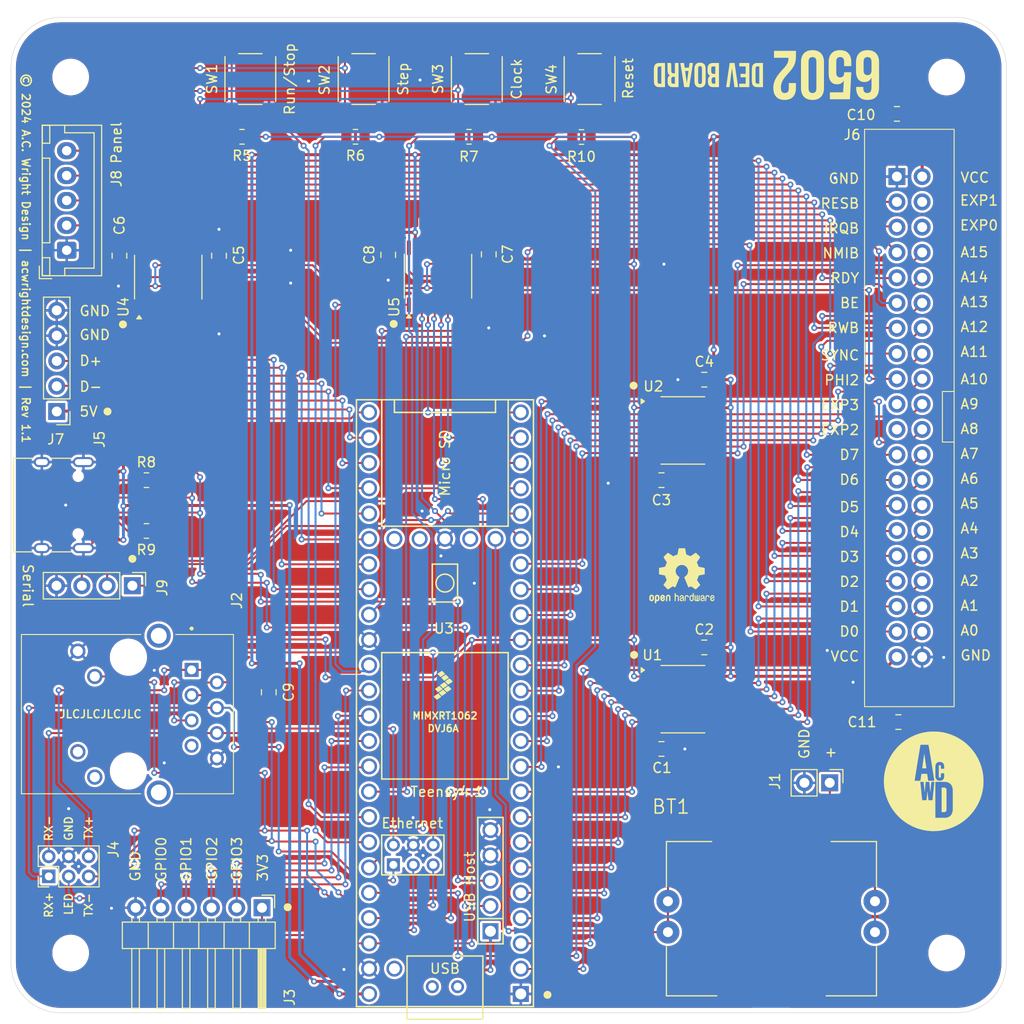
<source format=kicad_pcb>
(kicad_pcb (version 20241229) (generator "pcbnew") (generator_version "9.0")
  (title_block (title "6502 Dev Board") (date "2024-07-07") (rev "1.1") (company "A.C. Wright Design"))
  (layers (0 "F.Cu" signal "Top") (2 "B.Cu" signal "Bottom") (13 "F.Paste" user) (15 "B.Paste" user) (5 "F.SilkS" user "F.Silkscreen") (7 "B.SilkS" user "B.Silkscreen") (1 "F.Mask" user) (3 "B.Mask" user) (25 "Edge.Cuts" user))
  (net 0 "")
  (net 1 "GND")
  (net 2 "3V3")
  (net 3 "5V")
  (net 4 "A0")
  (net 5 "A1")
  (net 6 "A2")
  (net 7 "A3")
  (net 8 "A4")
  (net 9 "A5")
  (net 10 "A6")
  (net 11 "A7")
  (net 12 "A8")
  (net 13 "A9")
  (net 14 "A10")
  (net 15 "A11")
  (net 16 "Net-(C9-Pad1)")
  (net 17 "A12")
  (net 18 "A13")
  (net 19 "A14")
  (net 20 "A15")
  (net 21 "D0")
  (net 22 "D1")
  (net 23 "D2")
  (net 24 "D3")
  (net 25 "D4")
  (net 26 "D5")
  (net 27 "D6")
  (net 28 "D7")
  (net 29 "PHI2")
  (net 30 "VBAT")
  (net 32 "BE")
  (net 34 "RWB")
  (net 35 "SYNC")
  (net 37 "RDY")
  (net 38 "RESB")
  (net 39 "NMIB")
  (net 40 "IRQB")
  (net 41 "BE_3V3")
  (net 42 "D+")
  (net 43 "RESB_3V3")
  (net 44 "IRQB_3V3")
  (net 45 "GPIO_1")
  (net 46 "D-")
  (net 47 "GPIO_2")
  (net 48 "GPIO_3")
  (net 49 "RX-")
  (net 50 "RX+")
  (net 51 "RES_SW")
  (net 52 "TX-")
  (net 53 "TX+")
  (net 54 "LED")
  (net 55 "GPIO_0")
  (net 56 "5V_HOST")
  (net 57 "Net-(J5-CC2)")
  (net 59 "Net-(J5-CC1)")
  (net 67 "RUN_STOP_SW")
  (net 68 "STEP_SW")
  (net 69 "CLK_SW")
  (net 70 "/EXP2")
  (net 71 "A1_3V3")
  (net 72 "A5_3V3")
  (net 73 "A6_3V3")
  (net 74 "A3_3V3")
  (net 75 "A0_3V3")
  (net 76 "A7_3V3")
  (net 77 "A4_3V3")
  (net 78 "A2_3V3")
  (net 79 "D1_3V3")
  (net 80 "D6_3V3")
  (net 81 "D3_3V3")
  (net 82 "D7_3V3")
  (net 83 "D4_3V3")
  (net 84 "D2_3V3")
  (net 85 "D5_3V3")
  (net 86 "D0_3V3")
  (net 87 "A9_3V3")
  (net 88 "A13_3V3")
  (net 89 "A10_3V3")
  (net 90 "A15_3V3")
  (net 91 "A8_3V3")
  (net 92 "A11_3V3")
  (net 93 "A12_3V3")
  (net 94 "A14_3V3")
  (net 95 "PHI2_3V3")
  (net 96 "RWB_3V3")
  (net 97 "SYNC_3V3")
  (net 98 "NMIB_3V3")
  (net 99 "RDY_3V3")
  (net 100 "/EXP3")
  (net 101 "/EXP1")
  (net 102 "/EXP0")
  (net 103 "RX")
  (net 104 "TX")
  (footprint "MountingHole:MountingHole_3.2mm_M3" (layer "F.Cu") (at 184 56)
    (property "Reference" "H2" (hide yes))
    (property "Value" "MountingHole" (hide yes))
  )
  (footprint "MountingHole:MountingHole_3.2mm_M3" (layer "F.Cu") (at 96 144)
    (property "Reference" "H4" (hide yes))
    (property "Value" "MountingHole" (hide yes))
  )
  (footprint "MountingHole:MountingHole_3.2mm_M3" (layer "F.Cu") (at 96 56)
    (property "Reference" "H1" (hide yes))
    (property "Value" "MountingHole" (hide yes))
  )
  (footprint "MountingHole:MountingHole_3.2mm_M3" (layer "F.Cu") (at 184 144)
    (property "Reference" "H3" (hide yes))
    (property "Value" "MountingHole" (hide yes))
  )
  (footprint "Connector_PinHeader_2.54mm:PinHeader_1x05_P2.54mm_Vertical" (layer "F.Cu") (at 94.6 89.6 180)
    (property "Reference" "J7")
    (property "Value" "USB Host" (hide yes))
  )
  (footprint "Resistor_SMD:R_0805_2012Metric" (layer "F.Cu") (at 136.0125 62 180)
    (property "Reference" "R7")
    (property "Value" "1k" (hide yes))
  )
  (footprint "6502 Parts:6502 Bus Connector" (layer "F.Cu") (at 179 66)
    (property "Reference" "J6")
    (property "Value" "6502 Bus" (hide yes))
  )
  (footprint "Teensy:Teensy41" (layer "F.Cu") (at 133.6 118.9 90)
    (property "Reference" "U3")
    (property "Value" "Teensy4.1")
  )
  (footprint "Resistor_SMD:R_0805_2012Metric" (layer "F.Cu") (at 103.6125 96.5 180)
    (property "Reference" "R8")
    (property "Value" "56k" (hide yes))
  )
  (footprint "Connector_JST:JST_XH_B5B-XH-A_1x05_P2.50mm_Vertical" (layer "F.Cu") (at 95.6 73.4 90)
    (property "Reference" "J8")
    (property "Value" "Panel")
  )
  (footprint "Capacitor_SMD:C_0805_2012Metric" (layer "F.Cu") (at 179 59.7 180)
    (property "Reference" "C10")
    (property "Value" "100nF" (hide yes))
  )
  (footprint "6502 Parts:SW_TS-1187A-B-A-B" (layer "F.Cu") (at 148.125 56.2 90)
    (property "Reference" "SW4")
    (property "Value" "Reset")
  )
  (footprint "6502 Parts:SW_TS-1187A-B-A-B" (layer "F.Cu") (at 125.425 56.2 90)
    (property "Reference" "SW2")
    (property "Value" "Step")
  )
  (footprint "6502 Parts:SW_TS-1187A-B-A-B" (layer "F.Cu") (at 136.8 56.2 90)
    (property "Reference" "SW3")
    (property "Value" "Clock")
  )
  (footprint "Resistor_SMD:R_0805_2012Metric" (layer "F.Cu") (at 124.6125 62 180)
    (property "Reference" "R6")
    (property "Value" "1k" (hide yes))
  )
  (footprint "Symbol:OSHW-Logo2_7.3x6mm_SilkScreen" (layer "F.Cu") (at 157.4 106.1)
    (property "Reference" "REF**" (hide yes))
    (property "Value" "OSHW-Logo2_7.3x6mm_SilkScreen" (hide yes))
  )
  (footprint "Connector_PinHeader_2.00mm:PinHeader_2x03_P2.00mm_Vertical" (layer "F.Cu") (at 93.8 136.3 90)
    (property "Reference" "J4")
    (property "Value" "Ethernet" (hide yes))
  )
  (footprint "BAT-HLD-001-THM:BAT_BAT-HLD-001-THM" (layer "F.Cu") (at 166.4 140.3)
    (property "Reference" "BT1")
    (property "Value" "BAT-HLD-001-THM" (hide yes))
  )
  (footprint "A.C. Wright Logo:A.C. Wright Logo 10mm" (layer "F.Cu") (at 182.7 126.75)
    (property "Reference" "G***" (hide yes))
    (property "Value" "LOGO" (hide yes))
  )
  (footprint "Connector_PinHeader_2.54mm:PinHeader_1x02_P2.54mm_Vertical" (layer "F.Cu") (at 172.25 126.9 -90)
    (property "Reference" "J1")
    (property "Value" "VBAT" (hide yes))
  )
  (footprint "Connector_PinHeader_2.54mm:PinHeader_1x06_P2.54mm_Horizontal" (layer "F.Cu") (at 115.22 139.45 -90)
    (property "Reference" "J3")
    (property "Value" "GPIO" (hide yes))
  )
  (footprint "Package_SO:TSSOP-20_4.4x6.5mm_P0.65mm" (layer "F.Cu") (at 157.5 118.5)
    (property "Reference" "U1")
    (property "Value" "TXS0108EPW" (hide yes))
  )
  (footprint "Capacitor_SMD:C_0805_2012Metric" (layer "F.Cu") (at 100.9 73.95 90)
    (property "Reference" "C6")
    (property "Value" "100nF" (hide yes))
  )
  (footprint "Capacitor_SMD:C_0805_2012Metric" (layer "F.Cu") (at 155.35 123.5)
    (property "Reference" "C1")
    (property "Value" "100nF" (hide yes))
  )
  (footprint "Package_SO:TSSOP-20_4.4x6.5mm_P0.65mm" (layer "F.Cu") (at 157.5 91.5)
    (property "Reference" "U2")
    (property "Value" "TXS0108EPW" (hide yes))
  )
  (footprint "Resistor_SMD:R_0805_2012Metric" (layer "F.Cu") (at 147.3125 62.025 180)
    (property "Reference" "R10")
    (property "Value" "1k")
  )
  (footprint "Connector_USB:USB_C_Receptacle_HRO_TYPE-C-31-M-12" (layer "F.Cu") (at 94.15 99 -90)
    (property "Reference" "J5")
    (property "Value" "USB_C_Receptacle_USB2.0" (hide yes))
  )
  (footprint "Capacitor_SMD:C_0805_2012Metric" (layer "F.Cu") (at 110.9 73.95 90)
    (property "Reference" "C5")
    (property "Value" "100nF" (hide yes))
  )
  (footprint "Capacitor_SMD:C_0805_2012Metric" (layer "F.Cu") (at 159.65 86.4)
    (property "Reference" "C4")
    (property "Value" "100nF" (hide yes))
  )
  (footprint "6502 Logos:6502 Dev Board Logo 5mm" (layer "F.Cu") (at 164.718569 55.800131 180)
    (property "Reference" "G***" (hide yes))
    (property "Value" "LOGO" (hide yes))
  )
  (footprint "Capacitor_SMD:C_0805_2012Metric" (layer "F.Cu") (at 127.9 73.8625 90)
    (property "Reference" "C8")
    (property "Value" "100nF" (hide yes))
  )
  (footprint "Resistor_SMD:R_0805_2012Metric" (layer "F.Cu") (at 113.2125 62 180)
    (property "Reference" "R5")
    (property "Value" "1k" (hide yes))
  )
  (footprint "Package_SO:TSSOP-20_4.4x6.5mm_P0.65mm" (layer "F.Cu") (at 132.9 76.0125 90)
    (property "Reference" "U5")
    (property "Value" "TXS0108EPW" (hide yes))
  )
  (footprint "6502 Parts:SW_TS-1187A-B-A-B" (layer "F.Cu") (at 114.05 56.2 90)
    (property "Reference" "SW1")
    (property "Value" "Run/Stop")
  )
  (footprint "Capacitor_SMD:C_0805_2012Metric" (layer "F.Cu") (at 155.35 96.5)
    (property "Reference" "C3")
    (property "Value" "100nF" (hide yes))
  )
  (footprint "6502 Parts:J1B1211CCD" (layer "F.Cu") (at 101.7 120 -90)
    (property "Reference" "J2")
    (property "Value" "RJ45_LED" (hide yes))
  )
  (footprint "Capacitor_SMD:C_0805_2012Metric" (layer "F.Cu") (at 159.65 113.3)
    (property "Reference" "C2")
    (property "Value" "100nF" (hide yes))
  )
  (footprint "Capacitor_SMD:C_0805_2012Metric" (layer "F.Cu") (at 115.9 117.8 -90)
    (property "Reference" "C9")
    (property "Value" "100nF" (hide yes))
  )
  (footprint "Connector_PinHeader_2.54mm:PinHeader_1x04_P2.54mm_Vertical" (layer "F.Cu") (at 102.2 107.1 -90)
    (property "Reference" "J9")
    (property "Value" "Serial")
  )
  (footprint "Resistor_SMD:R_0805_2012Metric" (layer "F.Cu") (at 103.6125 101.6 180)
    (property "Reference" "R9")
    (property "Value" "56k" (hide yes))
  )
  (footprint "Capacitor_SMD:C_0805_2012Metric" (layer "F.Cu") (at 138 73.8125 90)
    (property "Reference" "C7")
    (property "Value" "100nF" (hide yes))
  )
  (footprint "Capacitor_SMD:C_0805_2012Metric" (layer "F.Cu") (at 179.15 120.8 180)
    (property "Reference" "C11")
    (property "Value" "100nF" (hide yes))
  )
  (footprint "Package_SO:TSSOP-20_4.4x6.5mm_P0.65mm" (layer "F.Cu") (at 105.8 76.1 90)
    (property "Reference" "U4")
    (property "Value" "TXS0108EPW" (hide yes))
  )
  (gr_circle (center 101.25 80.85) (end 101.45 80.85) (stroke (width 0.4)) (fill no) (layer "F.SilkS"))
  (gr_circle (center 128.45 80.8) (end 128.65 80.8) (stroke (width 0.4)) (fill no) (layer "F.SilkS"))
  (gr_circle (center 99.7 89.6) (end 99.9 89.6) (stroke (width 0.4)) (fill no) (layer "F.SilkS"))
  (gr_circle (center 143.9 148.2) (end 144.1 148.2) (stroke (width 0.4)) (fill no) (layer "F.SilkS"))
  (gr_circle (center 102.2 104.4) (end 102.4 104.4) (stroke (width 0.4)) (fill no) (layer "F.SilkS"))
  (gr_circle (center 152.55 87) (end 152.75 87) (stroke (width 0.4)) (fill no) (layer "F.SilkS"))
  (gr_circle (center 152.6 114.05) (end 152.8 114.05) (stroke (width 0.4)) (fill no) (layer "F.SilkS"))
  (gr_circle (center 117.8 139.4) (end 118 139.4) (stroke (width 0.4)) (fill no) (layer "F.SilkS"))
  (gr_line (start 90.0011 145.0036) (end 90.0011 55.0036) (stroke (width 0.05)) (layer "Edge.Cuts"))
  (gr_arc (start 95.0011 150.0036) (mid 91.465566 148.539134) (end 90.0011 145.0036) (stroke (width 0.05)) (layer "Edge.Cuts"))
  (gr_line (start 190.0011 55.0036) (end 190.0011 145.0036) (stroke (width 0.05)) (layer "Edge.Cuts"))
  (gr_arc (start 190.0011 145.0036) (mid 188.536634 148.539134) (end 185.0011 150.0036) (stroke (width 0.05)) (layer "Edge.Cuts"))
  (gr_arc (start 185.0011 50.0036) (mid 188.536634 51.468066) (end 190.0011 55.0036) (stroke (width 0.05)) (layer "Edge.Cuts"))
  (gr_line (start 95.0011 50.0036) (end 185.0011 50.0036) (stroke (width 0.05)) (layer "Edge.Cuts"))
  (gr_line (start 185.0011 150.0036) (end 95.0011 150.0036) (stroke (width 0.05)) (layer "Edge.Cuts"))
  (gr_arc (start 90.0011 55.0036) (mid 91.465566 51.468066) (end 95.0011 50.0036) (stroke (width 0.05)) (layer "Edge.Cuts"))
  (gr_text "VCC" (at 175.3 114.2 0) (layer "F.SilkS") (effects (font (size 1 1)) (justify right)))
  (gr_text "A10" (at 185.3 86.35 0) (layer "F.SilkS") (effects (font (size 1 1)) (justify left)))
  (gr_text "A2" (at 185.3 106.6 0) (layer "F.SilkS") (effects (font (size 1 1)) (justify left)))
  (gr_text "GND\n" (at 175.3 66.2 0) (layer "F.SilkS") (effects (font (size 1 1)) (justify right)))
  (gr_text "D0" (at 175.3 111.7 0) (layer "F.SilkS") (effects (font (size 1 1)) (justify right)))
  (gr_text "RWB" (at 175.3 81.2 0) (layer "F.SilkS") (effects (font (size 1 1)) (justify right)))
  (gr_text "BE" (at 175.3 78.7 0) (layer "F.SilkS") (effects (font (size 1 1)) (justify right)))
  (gr_text "RESB" (at 175.3 68.7 0) (layer "F.SilkS") (effects (font (size 1 1)) (justify right)))
  (gr_text "TX+" (at 97.8 132.7 90) (layer "F.SilkS") (effects (font (size 0.8 0.8)) (justify left)))
  (gr_text "GND" (at 95.8 132.8 90) (layer "F.SilkS") (effects (font (size 0.8 0.8)) (justify left)))
  (gr_text "A3" (at 185.3 103.85 0) (layer "F.SilkS") (effects (font (size 1 1)) (justify left)))
  (gr_text "EXP2" (at 175.3 91.45 0) (layer "F.SilkS") (effects (font (size 1 1)) (justify right)))
  (gr_text "RX-" (at 93.8 130.1 90) (layer "F.SilkS") (effects (font (size 0.8 0.8)) (justify right)))
  (gr_text "D5" (at 175.3 99.2 0) (layer "F.SilkS") (effects (font (size 1 1)) (justify right)))
  (gr_text "GPIO2" (at 110.2 136.9 90) (layer "F.SilkS") (effects (font (size 1 1)) (justify left)))
  (gr_text "A13" (at 185.3 78.6 0) (layer "F.SilkS") (effects (font (size 1 1)) (justify left)))
  (gr_text "D2" (at 175.3 106.7 0) (layer "F.SilkS") (effects (font (size 1 1)) (justify right)))
  (gr_text "D3" (at 175.3 104.2 0) (layer "F.SilkS") (effects (font (size 1 1)) (justify right)))
  (gr_text "GND\n" (at 169.7 124.6 90) (layer "F.SilkS") (effects (font (size 1 1)) (justify left)))
  (gr_text "D-" (at 96.8 87.1 0) (layer "F.SilkS") (effects (font (size 1 1)) (justify left)))
  (gr_text "EXP0" (at 185.25 70.9 0) (layer "F.SilkS") (effects (font (size 1 1)) (justify left)))
  (gr_text "GND" (at 102.5 136.9 90) (layer "F.SilkS") (effects (font (size 1 1)) (justify left)))
  (gr_text "A6" (at 185.3 96.35 0) (layer "F.SilkS") (effects (font (size 1 1)) (justify left)))
  (gr_text "A7" (at 185.3 93.85 0) (layer "F.SilkS") (effects (font (size 1 1)) (justify left)))
  (gr_text "A0" (at 185.3 111.6 0) (layer "F.SilkS") (effects (font (size 1 1)) (justify left)))
  (gr_text "D7" (at 175.3 93.95 0) (layer "F.SilkS") (effects (font (size 1 1)) (justify right)))
  (gr_text "D+" (at 96.8 84.5 0) (layer "F.SilkS") (effects (font (size 1 1)) (justify left)))
  (gr_text "D6" (at 175.3 96.45 0) (layer "F.SilkS") (effects (font (size 1 1)) (justify right)))
  (gr_text "GPIO1" (at 107.6 136.9 90) (layer "F.SilkS") (effects (font (size 1 1)) (justify left)))
  (gr_text "A11" (at 185.3 83.6 0) (layer "F.SilkS") (effects (font (size 1 1)) (justify left)))
  (gr_text "A12" (at 185.3 81.1 0) (layer "F.SilkS") (effects (font (size 1 1)) (justify left)))
  (gr_text "SYNC" (at 175.3 83.95 0) (layer "F.SilkS") (effects (font (size 1 1)) (justify right)))
  (gr_text "D4" (at 175.3 101.7 0) (layer "F.SilkS") (effects (font (size 1 1)) (justify right)))
  (gr_text "IRQB" (at 175.3 71.2 0) (layer "F.SilkS") (effects (font (size 1 1)) (justify right)))
  (gr_text "A9" (at 185.3 88.85 0) (layer "F.SilkS") (effects (font (size 1 1)) (justify left)))
  (gr_text "A14" (at 185.3 76.1 0) (layer "F.SilkS") (effects (font (size 1 1)) (justify left)))
  (gr_text "GPIO0" (at 105.1 136.9 90) (layer "F.SilkS") (effects (font (size 1 1)) (justify left)))
  (gr_text "TX-" (at 97.8 137.9 90) (layer "F.SilkS") (effects (font (size 0.8 0.8)) (justify right)))
  (gr_text "EXP1" (at 185.25 68.4 0) (layer "F.SilkS") (effects (font (size 1 1)) (justify left)))
  (gr_text "LED" (at 95.8 137.9 90) (layer "F.SilkS") (effects (font (size 0.8 0.8)) (justify right)))
  (gr_text "GND\n" (at 185.3 114.1 0) (layer "F.SilkS") (effects (font (size 1 1)) (justify left)))
  (gr_text "GND" (at 96.8 81.9 0) (layer "F.SilkS") (effects (font (size 1 1)) (justify left)))
  (gr_text "A1" (at 185.3 109.1 0) (layer "F.SilkS") (effects (font (size 1 1)) (justify left)))
  (gr_text "RDY" (at 175.3 76.2 0) (layer "F.SilkS") (effects (font (size 1 1)) (justify right)))
  (gr_text "GPIO3" (at 112.7 136.9 90) (layer "F.SilkS") (effects (font (size 1 1)) (justify left)))
  (gr_text "A8" (at 185.3 91.35 0) (layer "F.SilkS") (effects (font (size 1 1)) (justify left)))
  (gr_text "NMIB" (at 175.3 73.7 0) (layer "F.SilkS") (effects (font (size 1 1)) (justify right)))
  (gr_text "D1" (at 175.3 109.2 0) (layer "F.SilkS") (effects (font (size 1 1)) (justify right)))
  (gr_text "EXP3" (at 175.3 88.95 0) (layer "F.SilkS") (effects (font (size 1 1)) (justify right)))
  (gr_text "3V3" (at 115.3 136.9 90) (layer "F.SilkS") (effects (font (size 1 1)) (justify left)))
  (gr_text "VCC" (at 185.3 66.1 0) (layer "F.SilkS") (effects (font (size 1 1)) (justify left)))
  (gr_text "GND" (at 96.8 79.5 0) (layer "F.SilkS") (effects (font (size 1 1)) (justify left)))
  (gr_text "A15" (at 185.3 73.6 0) (layer "F.SilkS") (effects (font (size 1 1)) (justify left)))
  (gr_text "PHI2" (at 175.3 86.45 0) (layer "F.SilkS") (effects (font (size 1 1)) (justify right)))
  (gr_text "+" (at 172.3 124.6 90) (layer "F.SilkS") (effects (font (size 1 1)) (justify left)))
  (gr_text "© 2024 A.C. Wright Design | acwrightdesign.com | Rev 1.1" (at 91.5 74.2 270) (layer "F.SilkS") (effects (font (size 0.8 0.8))))
  (gr_text "A5" (at 185.3 98.85 0) (layer "F.SilkS") (effects (font (size 1 1)) (justify left)))
  (gr_text "RX+" (at 93.8 137.8 90) (layer "F.SilkS") (effects (font (size 0.8 0.8)) (justify right)))
  (gr_text "JLCJLCJLCJLC" (at 99 120 0) (layer "F.SilkS") (effects (font (size 0.8 0.8))))
  (gr_text "A4" (at 185.3 101.35 0) (layer "F.SilkS") (effects (font (size 1 1)) (justify left)))
  (gr_text "5V" (at 96.8 89.6 0) (layer "F.SilkS") (effects (font (size 1 1)) (justify left)))
  (via (at 155.6 74.8) (size 0.6) (drill 0.3) (layers "F.Cu" "B.Cu") (net 1))
  (via (at 95.8 129.5) (size 0.6) (drill 0.3) (layers "F.Cu" "B.Cu") (net 1))
  (via (at 157.7 123.5) (size 0.6) (drill 0.3) (layers "F.Cu" "B.Cu") (net 1))
  (via (at 133.2 104.1) (size 0.6) (drill 0.3) (layers "F.Cu" "B.Cu") (net 1))
  (via (at 136.55 106.85) (size 0.6) (drill 0.3) (layers "F.Cu" "B.Cu") (net 1))
  (via (at 138.1 129.6) (size 0.6) (drill 0.3) (layers "F.Cu" "B.Cu") (net 1))
  (via (at 172 113.6) (size 0.6) (drill 0.3) (layers "F.Cu" "B.Cu") (net 1))
  (via (at 100.8 77) (size 0.6) (drill 0.3) (layers "F.Cu" "B.Cu") (net 1))
  (via (at 110.9 71.3) (size 0.6) (drill 0.3) (layers "F.Cu" "B.Cu") (net 1))
  (via (at 130.4 130.4) (size 0.6) (drill 0.3) (layers "F.Cu" "B.Cu") (net 1))
  (via (at 157 86.4) (size 0.6) (drill 0.3) (layers "F.Cu" "B.Cu") (net 1))
  (via (at 118.1 76.7) (size 0.6) (drill 0.3) (layers "F.Cu" "B.Cu") (net 1))
  (via (at 96.8 135.3) (size 0.6) (drill 0.3) (layers "F.Cu" "B.Cu") (net 1))
  (via (at 100.1 139.5) (size 0.6) (drill 0.3) (layers "F.Cu" "B.Cu") (net 1))
  (via (at 143.6 82) (size 0.6) (drill 0.3) (layers "F.Cu" "B.Cu") (net 1))
  (via (at 110.9 81.8) (size 0.6) (drill 0.3) (layers "F.Cu" "B.Cu") (net 1))
  (via (at 105.4 124.9) (size 0.6) (drill 0.3) (layers "F.Cu" "B.Cu") (net 1))
  (via (at 131.3 99.6) (size 0.6) (drill 0.3) (layers "F.Cu" "B.Cu") (net 1))
  (via (at 172.8 66.1) (size 0.6) (drill 0.3) (layers "F.Cu" "B.Cu") (net 1))
  (via (at 174.6 116.8) (size 0.6) (drill 0.3) (layers "F.Cu" "B.Cu") (net 1))
  (via (at 119.9 56.4) (size 0.6) (drill 0.3) (layers "F.Cu" "B.Cu") (net 1))
  (via (at 104.4 115.6) (size 0.6) (drill 0.3) (layers "F.Cu" "B.Cu") (net 1))
  (via (at 150 96.8) (size 0.6) (drill 0.3) (layers "F.Cu" "B.Cu") (net 1))
  (via (at 183.7 114.3) (size 0.6) (drill 0.3) (layers "F.Cu" "B.Cu") (net 1))
  (via (at 131.4 134.2) (size 0.6) (drill 0.3) (layers "F.Cu" "B.Cu") (net 1))
  (via (at 127.9 76.4) (size 0.6) (drill 0.3) (layers "F.Cu" "B.Cu") (net 1))
  (via (at 123.45 145.65) (size 0.6) (drill 0.3) (layers "F.Cu" "B.Cu") (net 1))
  (via (at 138 81.2) (size 0.6) (drill 0.3) (layers "F.Cu" "B.Cu") (net 1))
  (via (at 95.5 99) (size 0.6) (drill 0.3) (layers "F.Cu" "B.Cu") (net 1))
  (via (at 118.1 73.4) (size 0.6) (drill 0.3) (layers "F.Cu" "B.Cu") (net 1))
  (via (at 145 125.3) (size 0.6) (drill 0.3) (layers "F.Cu" "B.Cu") (net 1))
  (via (at 131.1 56.3) (size 0.6) (drill 0.3) (layers "F.Cu" "B.Cu") (net 1))
  (segment (start 116.5 142.2) (end 115.22 140.92) (width 0.2) (layer "F.Cu") (net 2))
  (segment (start 131.8 77.2) (end 130.5 77.2) (width 0.2) (layer "F.Cu") (net 2))
  (segment (start 125.525 62) (end 127 62) (width 0.2) (layer "F.Cu") (net 2))
  (segment (start 156 89.5) (end 156 94.2) (width 0.2) (layer "F.Cu") (net 2))
  (segment (start 152.625 89.225) (end 152.6 89.2) (width 0.2) (layer "F.Cu") (net 2))
  (segment (start 155.875 121.425) (end 154.6375 121.425) (width 0.2) (layer "F.Cu") (net 2))
  (segment (start 152.6 112.55) (end 141.22 112.55) (width 0.2) (layer "F.Cu") (net 2))
  (segment (start 155.775 94.425) (end 154.6375 94.425) (width 0.2) (layer "F.Cu") (net 2))
  (segment (start 154.4 123.45) (end 154.4 122.3) (width 0.2) (layer "F.Cu") (net 2))
  (segment (start 154.4 95.3) (end 154.4 96.5) (width 0.2) (layer "F.Cu") (net 2))
  (segment (start 103.525 77.375) (end 103.525 78.9625) (width 0.2) (layer "F.Cu") (net 2))
  (segment (start 102.2 107.1) (end 106.7 107.1) (width 0.2) (layer "F.Cu") (net 2))
  (segment (start 108.3 77) (end 108.725 77.425) (width 0.2) (layer "F.Cu") (net 2))
  (segment (start 115.22 140.92) (end 115.22 139.45) (width 0.2) (layer "F.Cu") (net 2))
  (segment (start 135.4 77.2) (end 135.825 77.625) (width 0.2) (layer "F.Cu") (net 2))
  (segment (start 152.575 62.025) (end 148.225 62.025) (width 0.2) (layer "F.Cu") (net 2))
  (segment (start 154.6375 122.0625) (end 154.6375 121.425) (width 0.2) (layer "F.Cu") (net 2))
  (segment (start 156 94.2) (end 155.775 94.425) (width 0.2) (layer "F.Cu") (net 2))
  (segment (start 131.8375 74.7625) (end 131.8 74.8) (width 0.2) (layer "F.Cu") (net 2))
  (segment (start 154.6375 89.225) (end 152.625 89.225) (width 0.2) (layer "F.Cu") (net 2))
  (segment (start 154.6375 89.225) (end 155.725 89.225) (width 0.2) (layer "F.Cu") (net 2))
  (segment (start 154.6375 116.225) (end 155.875 116.225) (width 0.2) (layer "F.Cu") (net 2))
  (segment (start 152.6 116.2) (end 152.625 116.225) (width 0.2) (layer "F.Cu") (net 2))
  (segment (start 154.6375 94.425) (end 154.6375 95.0625) (width 0.2) (layer "F.Cu") (net 2))
  (segment (start 131.8 77.2) (end 135.4 77.2) (width 0.2) (layer "F.Cu") (net 2))
  (segment (start 154.6625 94.4) (end 154.6375 94.425) (width 0.2) (layer "F.Cu") (net 2))
  (segment (start 138.0375 74.8) (end 138 74.7625) (width 0.2) (layer "F.Cu") (net 2))
  (segment (start 110.9 74.9) (end 104.5 74.9) (width 0.2) (layer "F.Cu") (net 2))
  (segment (start 104.5 77) (end 103.9 77) (width 0.2) (layer "F.Cu") (net 2))
  (segment (start 122.6 77.2) (end 131.8 77.2) (width 0.2) (layer "F.Cu") (net 2))
  (segment (start 156.1 116.45) (end 156.1 121.2) (width 0.2) (layer "F.Cu") (net 2))
  (segment (start 110.9 74.9) (end 120.3 74.9) (width 0.2) (layer "F.Cu") (net 2))
  (segment (start 136.3 143.1) (end 136.23 143.03) (width 0.2) (layer "F.Cu") (net 2))
  (segment (start 121.6 116.3) (end 132.55 116.3) (width 0.2) (layer "F.Cu") (net 2))
  (segment (start 136.3 112.55) (end 141.22 112.55) (width 0.2) (layer "F.Cu") (net 2))
  (segment (start 121.23 143.03) (end 120.4 142.2) (width 0.2) (layer "F.Cu") (net 2))
  (segment (start 154.6375 95.0625) (end 154.4 95.3) (width 0.2) (layer "F.Cu") (net 2))
  (segment (start 152.625 116.225) (end 154.6375 116.225) (width 0.2) (layer "F.Cu") (net 2))
  (segment (start 108.2 108.6) (end 112.1 112.5) (width 0.2) (layer "F.Cu") (net 2))
  (segment (start 130.625 77.2) (end 130.625 78.875) (width 0.2) (layer "F.Cu") (net 2))
  (segment (start 156.1 121.2) (end 155.875 121.425) (width 0.2) (layer "F.Cu") (net 2))
  (segment (start 125.98 143.03) (end 121.23 143.03) (width 0.2) (layer "F.Cu") (net 2))
  (segment (start 155.875 116.225) (end 156.1 116.45) (width 0.2) (layer "F.Cu") (net 2))
  (segment (start 154.4 122.3) (end 154.6375 122.0625) (width 0.2) (layer "F.Cu") (net 2))
  (segment (start 152.6 62) (end 152.575 62.025) (width 0.2) (layer "F.Cu") (net 2))
  (segment (start 152.6 74.8) (end 138.0375 74.8) (width 0.2) (layer "F.Cu") (net 2))
  (segment (start 136.925 62) (end 138.3 62) (width 0.2) (layer "F.Cu") (net 2))
  (segment (start 108.725 77.425) (end 108.725 78.9625) (width 0.2) (layer "F.Cu") (net 2))
  (segment (start 155.725 89.225) (end 156 89.5) (width 0.2) (layer "F.Cu") (net 2))
  (segment (start 103.9 77) (end 103.525 77.375) (width 0.2) (layer "F.Cu") (net 2))
  (segment (start 114.2 62.075) (end 114.125 62) (width 0.3) (layer "F.Cu") (net 2))
  (segment (start 136.23 143.03) (end 125.98 143.03) (width 0.2) (layer "F.Cu") (net 2))
  (segment (start 106.7 107.1) (end 108.2 108.6) (width 0.2) (layer "F.Cu") (net 2))
  (segment (start 154.35 123.5) (end 154.4 123.45) (width 0.2) (layer "F.Cu") (net 2))
  (segment (start 108.725 78.9625) (end 108.7625 79) (width 0.2) (layer "F.Cu") (net 2))
  (segment (start 132.55 116.3) (end 136.3 112.55) (width 0.2) (layer "F.Cu") (net 2))
  (segment (start 104.5 77) (end 108.3 77) (width 0.2) (layer "F.Cu") (net 2))
  (segment (start 138 74.7625) (end 131.8375 74.7625) (width 0.2) (layer "F.Cu") (net 2))
  (segment (start 112.1 112.5) (end 121.6 112.5) (width 0.2) (layer "F.Cu") (net 2))
  (segment (start 135.825 77.625) (end 135.825 78.548) (width 0.2) (layer "F.Cu") (net 2))
  (segment (start 115.6 62) (end 114.125 62) (width 0.2) (layer "F.Cu") (net 2))
  (segment (start 120.3 74.9) (end 122.6 77.2) (width 0.2) (layer "F.Cu") (net 2))
  (segment (start 120.4 142.2) (end 116.5 142.2) (width 0.2) (layer "F.Cu") (net 2))
  (via (at 138.3 62) (size 0.6) (drill 0.3) (layers "F.Cu" "B.Cu") (net 2))
  (via (at 152.6 112.55) (size 0.6) (drill 0.3) (layers "F.Cu" "B.Cu") (net 2))
  (via (at 127 62) (size 0.6) (drill 0.3) (layers "F.Cu" "B.Cu") (net 2))
  (via (at 136.3 112.55) (size 0.6) (drill 0.3) (layers "F.Cu" "B.Cu") (net 2))
  (via (at 131.8 74.8) (size 0.6) (drill 0.3) (layers "F.Cu" "B.Cu") (net 2))
  (via (at 152.6 116.2) (size 0.6) (drill 0.3) (layers "F.Cu" "B.Cu") (net 2))
  (via (at 104.5 77) (size 0.6) (drill 0.3) (layers "F.Cu" "B.Cu") (net 2))
  (via (at 152.6 89.2) (size 0.6) (drill 0.3) (layers "F.Cu" "B.Cu") (net 2))
  (via (at 152.6 74.8) (size 0.6) (drill 0.3) (layers "F.Cu" "B.Cu") (net 2))
  (via (at 115.6 62) (size 0.6) (drill 0.3) (layers "F.Cu" "B.Cu") (net 2))
  (via (at 104.5 74.9) (size 0.6) (drill 0.3) (layers "F.Cu" "B.Cu") (net 2))
  (via (at 121.6 112.5) (size 0.6) (drill 0.3) (layers "F.Cu" "B.Cu") (net 2))
  (via (at 152.6 62) (size 0.6) (drill 0.3) (layers "F.Cu" "B.Cu") (net 2))
  (via (at 121.6 116.3) (size 0.6) (drill 0.3) (layers "F.Cu" "B.Cu") (net 2))
  (via (at 136.3 143.1) (size 0.6) (drill 0.3) (layers "F.Cu" "B.Cu") (net 2))
  (via (at 131.8 77.2) (size 0.6) (drill 0.3) (layers "F.Cu" "B.Cu") (net 2))
  (segment (start 104.5 74.9) (end 104.5 77) (width 0.2) (layer "B.Cu") (net 2))
  (segment (start 152.6 89.2) (end 152.6 88.8) (width 0.2) (layer "B.Cu") (net 2))
  (segment (start 121.6 112.5) (end 121.6 116.3) (width 0.2) (layer "B.Cu") (net 2))
  (segment (start 127 62) (end 115.6 62) (width 0.2) (layer "B.Cu") (net 2))
  (segment (start 138.3 62) (end 127 62) (width 0.2) (layer "B.Cu") (net 2))
  (segment (start 152.6 112.55) (end 152.6 116.2) (width 0.2) (layer "B.Cu") (net 2))
  (segment (start 152.6 62) (end 138.3 62) (width 0.2) (layer "B.Cu") (net 2))
  (segment (start 152.6 89.2) (end 152.6 112.55) (width 0.2) (layer "B.Cu") (net 2))
  (segment (start 131.8 74.8) (end 131.8 77.2) (width 0.2) (layer "B.Cu") (net 2))
  (segment (start 136.3 112.55) (end 136.3 143.1) (width 0.2) (layer "B.Cu") (net 2))
  (segment (start 152.6 88.8) (end 152.6 74.8) (width 0.2) (layer "B.Cu") (net 2))
  (segment (start 152.6 74.8) (end 152.6 62) (width 0.2) (layer "B.Cu") (net 2))
  (segment (start 162.275 89.225) (end 162.3 89.2) (width 0.3) (layer "F.Cu") (net 3))
  (segment (start 128.2 71.6) (end 127.9 71.9) (width 0.3) (layer "F.Cu") (net 3))
  (segment (start 130.6 63.8) (end 158.8 63.8) (width 0.3) (layer "F.Cu") (net 3))
  (segment (start 127.9 71.9) (end 127.9 72.9125) (width 0.3) (layer "F.Cu") (net 3))
  (segment (start 180 62) (end 180.5 62) (width 0.3) (layer "F.Cu") (net 3))
  (segment (start 103.5 71.3) (end 103.5 73.2125) (width 0.3) (layer "F.Cu") (net 3))
  (segment (start 158.8 63.8) (end 160.6 62) (width 0.3) (layer "F.Cu") (net 3))
  (segment (start 114.2 114.9) (end 119 114.9) (width 0.3) (layer "F.Cu") (net 3))
  (segment (start 171.9 116.2) (end 173.7 118) (width 0.3) (layer "F.Cu") (net 3))
  (segment (start 123 148.11) (end 125.98 148.11) (width 0.3) (layer "F.Cu") (net 3))
  (segment (start 179.95 59.7) (end 179.95 61.95) (width 0.3) (layer "F.Cu") (net 3))
  (segment (start 101.1 71.3) (end 100.9 71.5) (width 0.3) (layer "F.Cu") (net 3))
  (segment (start 162.3 116.2) (end 171.9 116.2) (width 0.3) (layer "F.Cu") (net 3))
  (segment (start 130.625 71.625) (end 130.6 71.6) (width 0.3) (layer "F.Cu") (net 3))
  (segment (start 162.3 116.2) (end 160.3875 116.2) (width 0.3) (layer "F.Cu") (net 3))
  (segment (start 103.5 73.2125) (end 103.525 73.2375) (width 0.3) (layer "F.Cu") (net 3))
  (segment (start 106.2 63.8) (end 103.5 66.5) (width 0.3) (layer "F.Cu") (net 3))
  (segment (start 160.3625 89.225) (end 162.275 89.225) (width 0.3) (layer "F.Cu") (net 3))
  (segment (start 103.5 66.5) (end 103.5 71.3) (width 0.3) (layer "F.Cu") (net 3))
  (segment (start 130.6 71.6) (end 128.2 71.6) (width 0.3) (layer "F.Cu") (net 3))
  (segment (start 160.6 113.3) (end 162.3 113.3) (width 0.3) (layer "F.Cu") (net 3))
  (segment (start 114.2 63.8) (end 106.2 63.8) (width 0.3) (layer "F.Cu") (net 3))
  (segment (start 103.5 71.3) (end 101.1 71.3) (width 0.3) (layer "F.Cu") (net 3))
  (segment (start 160.6 86.4) (end 162.3 86.4) (width 0.3) (layer "F.Cu") (net 3))
  (segment (start 181.54 63.34) (end 181.54 66) (width 0.3) (layer "F.Cu") (net 3))
  (segment (start 160.6 62) (end 180 62) (width 0.3) (layer "F.Cu") (net 3))
  (segment (start 130.6 63.8) (end 114.2 63.8) (width 0.3) (layer "F.Cu") (net 3))
  (segment (start 178.2 120.8) (end 178.2 117.9) (width 0.3) (layer "F.Cu") (net 3))
  (segment (start 178.2 115.06) (end 178.2 118.2) (width 0.3) (layer "F.Cu") (net 3))
  (segment (start 160.6 86.4) (end 160.6 83.4) (width 0.3) (layer "F.Cu") (net 3))
  (segment (start 160.3875 116.2) (end 160.3625 116.225) (width 0.3) (layer "F.Cu") (net 3))
  (segment (start 173.7 118) (end 178.1 118) (width 0.3) (layer "F.Cu") (net 3))
  (segment (start 180.5 62) (end 181.5 63) (width 0.3) (layer "F.Cu") (net 3))
  (segment (start 100.9 71.5) (end 100.9 73) (width 0.3) (layer "F.Cu") (net 3))
  (segment (start 179 114.26) (end 178.2 115.06) (width 0.3) (layer "F.Cu") (net 3))
  (segment (start 181.5 63.3) (end 181.54 63.34) (width 0.3) (layer "F.Cu") (net 3))
  (segment (start 130.625 73.15) (end 130.625 71.625) (width 0.3) (layer "F.Cu") (net 3))
  (segment (start 125.98 148.11) (end 125.94 148.15) (width 0.3) (layer "F.Cu") (net 3))
  (segment (start 179.95 61.95) (end 180 62) (width 0.3) (layer "F.Cu") (net 3))
  (segment (start 181.5 63) (end 181.5 63.3) (width 0.3) (layer "F.Cu") (net 3))
  (via (at 119 114.9) (size 0.6) (drill 0.3) (layers "F.Cu" "B.Cu") (net 3))
  (via (at 160.6 62) (size 0.6) (drill 0.3) (layers "F.Cu" "B.Cu") (net 3))
  (via (at 162.3 116.2) (size 0.6) (drill 0.3) (layers "F.Cu" "B.Cu") (net 3))
  (via (at 162.3 86.4) (size 0.6) (drill 0.3) (layers "F.Cu" "B.Cu") (net 3))
  (via (at 114.2 63.8) (size 0.6) (drill 0.3) (layers "F.Cu" "B.Cu") (net 3))
  (via (at 160.6 83.4) (size 0.6) (drill 0.3) (layers "F.Cu" "B.Cu") (net 3))
  (via (at 130.6 63.8) (size 0.6) (drill 0.3) (layers "F.Cu" "B.Cu") (net 3))
  (via (at 162.3 89.2) (size 0.6) (drill 0.3) (layers "F.Cu" "B.Cu") (net 3))
  (via (at 123 148.11) (size 0.6) (drill 0.3) (layers "F.Cu" "B.Cu") (net 3))
  (via (at 130.6 71.6) (size 0.6) (drill 0.3) (layers "F.Cu" "B.Cu") (net 3))
  (via (at 162.3 113.3) (size 0.6) (drill 0.3) (layers "F.Cu" "B.Cu") (net 3))
  (via (at 114.2 114.9) (size 0.6) (drill 0.3) (layers "F.Cu" "B.Cu") (net 3))
  (segment (start 162.3 86.4) (end 162.3 89.2) (width 0.3) (layer "B.Cu") (net 3))
  (segment (start 160.6 83.4) (end 160.6 62) (width 0.3) (layer "B.Cu") (net 3))
  (segment (start 162.3 113.3) (end 162.3 116.2) (width 0.3) (layer "B.Cu") (net 3))
  (segment (start 130.6 71.6) (end 130.6 63.8) (width 0.3) (layer "B.Cu") (net 3))
  (segment (start 119 114.9) (end 119 144.11) (width 0.3) (layer "B.Cu") (net 3))
  (segment (start 162.3 89.2) (end 162.3 113.3) (width 0.3) (layer "B.Cu") (net 3))
  (segment (start 119 144.11) (end 123 148.11) (width 0.3) (layer "B.Cu") (net 3))
  (segment (start 114.2 114.9) (end 114.2 63.8) (width 0.3) (layer "B.Cu") (net 3))
  (segment (start 174.225 115.575) (end 160.3625 115.575) (width 0.2) (layer "F.Cu") (net 4))
  (segment (start 176.8 113) (end 174.225 115.575) (width 0.2) (layer "F.Cu") (net 4))
  (segment (start 181.54 111.72) (end 180.26 113) (width 0.2) (layer "F.Cu") (net 4))
  (segment (start 180.26 113) (end 176.8 113) (width 0.2) (layer "F.Cu") (net 4))
  (segment (start 165.075 116.875) (end 160.3625 116.875) (width 0.2) (layer "F.Cu") (net 5))
  (segment (start 177.5 110.4) (end 165.1 110.4) (width 0.2) (layer "F.Cu") (net 5))
  (segment (start 180.32 110.4) (end 177.5 110.4) (width 0.2) (layer "F.Cu") (net 5))
  (segment (start 181.54 109.18) (end 180.32 110.4) (width 0.2) (layer "F.Cu") (net 5))
  (segment (start 165.1 116.9) (end 165.075 116.875) (width 0.2) (layer "F.Cu") (net 5))
  (via (at 165.1 116.9) (size 0.6) (drill 0.3) (layers "F.Cu" "B.Cu") (net 5))
  (via (at 165.1 110.4) (size 0.6) (drill 0.3) (layers "F.Cu" "B.Cu") (net 5))
  (segment (start 165.1 111.1) (end 165.1 116.9) (width 0.2) (layer "B.Cu") (net 5))
  (segment (start 165.1 110.4) (end 165.1 111.1) (width 0.2) (layer "B.Cu") (net 5))
  (segment (start 181.54 106.64) (end 180.28 107.9) (width 0.2) (layer "F.Cu") (net 6))
  (segment (start 165.875 117.525) (end 160.3625 117.525) (width 0.2) (layer "F.Cu") (net 6))
  (segment (start 165.9 117.5) (end 165.875 117.525) (width 0.2) (layer "F.Cu") (net 6))
  (segment (start 177.6 107.9) (end 165.9 107.9) (width 0.2) (layer "F.Cu") (net 6))
  (segment (start 180.28 107.9) (end 177.6 107.9) (width 0.2) (layer "F.Cu") (net 6))
  (via (at 165.9 107.9) (size 0.6) (drill 0.3) (layers "F.Cu" "B.Cu") (net 6))
  (via (at 165.9 117.5) (size 0.6) (drill 0.3) (layers "F.Cu" "B.Cu") (net 6))
  (segment (start 165.9 107.9) (end 165.9 117.5) (width 0.2) (layer "B.Cu") (net 6))
  (segment (start 181.54 104.1) (end 180.24 105.4) (width 0.2) (layer "F.Cu") (net 7))
  (segment (start 180.24 105.4) (end 166.7 105.4) (width 0.2) (layer "F.Cu") (net 7))
  (segment (start 166.7 118.2) (end 160.3875 118.2) (width 0.2) (layer "F.Cu") (net 7))
  (segment (start 160.3875 118.2) (end 160.3625 118.175) (width 0.2) (layer "F.Cu") (net 7))
  (via (at 166.7 105.4) (size 0.6) (drill 0.3) (layers "F.Cu" "B.Cu") (net 7))
  (via (at 166.7 118.2) (size 0.6) (drill 0.3) (layers "F.Cu" "B.Cu") (net 7))
  (segment (start 166.7 105.4) (end 166.7 118.2) (width 0.2) (layer "B.Cu") (net 7))
  (segment (start 167.5 118.8) (end 167.475 118.825) (width 0.2) (layer "F.Cu") (net 8))
  (segment (start 167.475 118.825) (end 160.3625 118.825) (width 0.2) (layer "F.Cu") (net 8))
  (segment (start 181.54 101.56) (end 180.3 102.8) (width 0.2) (layer "F.Cu") (net 8))
  (segment (start 177.4 102.8) (end 167.5 102.8) (width 0.2) (layer "F.Cu") (net 8))
  (segment (start 177.6 102.8) (end 177.4 102.8) (width 0.2) (layer "F.Cu") (net 8))
  (segment (start 180.3 102.8) (end 177.6 102.8) (width 0.2) (layer "F.Cu") (net 8))
  (via (at 167.5 118.8) (size 0.6) (drill 0.3) (layers "F.Cu" "B.Cu") (net 8))
  (via (at 167.5 102.8) (size 0.6) (drill 0.3) (layers "F.Cu" "B.Cu") (net 8))
  (segment (start 167.5 102.8) (end 167.5 118.8) (width 0.2) (layer "B.Cu") (net 8))
  (segment (start 180.26 100.3) (end 177.9 100.3) (width 0.2) (layer "F.Cu") (net 9))
  (segment (start 168.3 119.5) (end 168.275 119.475) (width 0.2) (layer "F.Cu") (net 9))
  (segment (start 177.9 100.3) (end 177.7 100.3) (width 0.2) (layer "F.Cu") (net 9))
  (segment (start 181.54 99.02) (end 180.26 100.3) (width 0.2) (layer "F.Cu") (net 9))
  (segment (start 177.7 100.3) (end 168.3 100.3) (width 0.2) (layer "F.Cu") (net 9))
  (segment (start 168.275 119.475) (end 160.3625 119.475) (width 0.2) (layer "F.Cu") (net 9))
  (via (at 168.3 100.3) (size 0.6) (drill 0.3) (layers "F.Cu" "B.Cu") (net 9))
  (via (at 168.3 119.5) (size 0.6) (drill 0.3) (layers "F.Cu" "B.Cu") (net 9))
  (segment (start 168.3 100.3) (end 168.3 119.5) (width 0.2) (layer "B.Cu") (net 9))
  (segment (start 169.2 97.7) (end 169.1 97.6) (width 0.2) (layer "F.Cu") (net 10))
  (segment (start 169.1 120.1) (end 169.075 120.125) (width 0.2) (layer "F.Cu") (net 10))
  (segment (start 177.5 97.7) (end 169.2 97.7) (width 0.2) (layer "F.Cu") (net 10))
  (segment (start 181.54 96.48) (end 180.32 97.7) (width 0.2) (layer "F.Cu") (net 10))
  (segment (start 180.32 97.7) (end 177.5 97.7) (width 0.2) (layer "F.Cu") (net 10))
  (segment (start 169.075 120.125) (end 160.3625 120.125) (width 0.2) (layer "F.Cu") (net 10))
  (via (at 169.1 97.6) (size 0.6) (drill 0.3) (layers "F.Cu" "B.Cu") (net 10))
  (via (at 169.1 120.1) (size 0.6) (drill 0.3) (layers "F.Cu" "B.Cu") (net 10))
  (segment (start 169.1 120.1) (end 169.1 97.6) (width 0.2) (layer "B.Cu") (net 10))
  (segment (start 180.28 95.2) (end 178.5 95.2) (width 0.2) (layer "F.Cu") (net 11))
  (segment (start 178.5 95.2) (end 170 95.2) (width 0.2) (layer "F.Cu") (net 11))
  (segment (start 181.54 93.94) (end 180.28 95.2) (width 0.2) (layer "F.Cu") (net 11))
  (segment (start 169.975 120.775) (end 160.3625 120.775) (width 0.2) (layer "F.Cu") (net 11))
  (segment (start 170 120.8) (end 169.975 120.775) (width 0.2) (layer "F.Cu") (net 11))
  (via (at 170 95.2) (size 0.6) (drill 0.3) (layers "F.Cu" "B.Cu") (net 11))
  (via (at 170 120.8) (size 0.6) (drill 0.3) (layers "F.Cu" "B.Cu") (net 11))
  (segment (start 170 95.8) (end 170 120.8) (width 0.2) (layer "B.Cu") (net 11))
  (segment (start 170 95.2) (end 170 95.8) (width 0.2) (layer "B.Cu") (net 11))
  (segment (start 160.3625 88.575) (end 177.175 88.575) (width 0.2) (layer "F.Cu") (net 12))
  (segment (start 180.24 92.7) (end 181.54 91.4) (width 0.2) (layer "F.Cu") (net 12))
  (segment (start 177.2 92.7) (end 180.24 92.7) (width 0.2) (layer "F.Cu") (net 12))
  (segment (start 177.175 88.575) (end 177.2 88.6) (width 0.2) (layer "F.Cu") (net 12))
  (via (at 177.2 88.6) (size 0.6) (drill 0.3) (layers "F.Cu" "B.Cu") (net 12))
  (via (at 177.2 92.7) (size 0.6) (drill 0.3) (layers "F.Cu" "B.Cu") (net 12))
  (segment (start 177.2 88.6) (end 177.2 92.7) (width 0.2) (layer "B.Cu") (net 12))
  (segment (start 180.3 90.1) (end 181.54 88.86) (width 0.2) (layer "F.Cu") (net 13))
  (segment (start 174.575 89.875) (end 174.8 90.1) (width 0.2) (layer "F.Cu") (net 13))
  (segment (start 160.3625 89.875) (end 174.575 89.875) (width 0.2) (layer "F.Cu") (net 13))
  (segment (start 174.8 90.1) (end 180.3 90.1) (width 0.2) (layer "F.Cu") (net 13))
  (segment (start 173.075 90.525) (end 173.1 90.5) (width 0.2) (layer "F.Cu") (net 14))
  (segment (start 160.3625 90.525) (end 173.075 90.525) (width 0.2) (layer "F.Cu") (net 14))
  (segment (start 180.26 87.6) (end 181.54 86.32) (width 0.2) (layer "F.Cu") (net 14))
  (segment (start 173.1 87.6) (end 180.26 87.6) (width 0.2) (layer "F.Cu") (net 14))
  (via (at 173.1 87.6) (size 0.6) (drill 0.3) (layers "F.Cu" "B.Cu") (net 14))
  (via (at 173.1 90.5) (size 0.6) (drill 0.3) (layers "F.Cu" "B.Cu") (net 14))
  (segment (start 173.1 90) (end 173.1 87.6) (width 0.2) (layer "B.Cu") (net 14))
  (segment (start 173.1 90.5) (end 173.1 90) (width 0.2) (layer "B.Cu") (net 14))
  (segment (start 172.275 91.175) (end 160.3625 91.175) (width 0.2) (layer "F.Cu") (net 15))
  (segment (start 180.32 85) (end 181.54 83.78) (width 0.2) (layer "F.Cu") (net 15))
  (segment (start 172.3 85) (end 180.32 85) (width 0.2) (layer "F.Cu") (net 15))
  (segment (start 172.3 91.2) (end 172.275 91.175) (width 0.2) (layer "F.Cu") (net 15))
  (via (at 172.3 91.2) (size 0.6) (drill 0.3) (layers "F.Cu" "B.Cu") (net 15))
  (via (at 172.3 85) (size 0.6) (drill 0.3) (layers "F.Cu" "B.Cu") (net 15))
  (segment (start 172.3 91.2) (end 172.3 85) (width 0.2) (layer "B.Cu") (net 15))
  (segment (start 115.85 116.8) (end 110.715 116.8) (width 0.2) (layer "F.Cu") (net 16))
  (segment (start 110.715 116.8) (end 110.69 116.825) (width 0.2) (layer "F.Cu") (net 16))
  (segment (start 106.4 116.8) (end 106.425 116.825) (width 0.2) (layer "F.Cu") (net 16))
  (segment (start 106.4 120.635) (end 108.15 120.635) (width 0.2) (layer "F.Cu") (net 16))
  (segment (start 115.9 116.85) (end 115.85 116.8) (width 0.2) (layer "F.Cu") (net 16))
  (segment (start 106.425 116.825) (end 110.69 116.825) (width 0.2) (layer "F.Cu") (net 16))
  (via (at 106.4 120.635) (size 0.6) (drill 0.3) (layers "F.Cu" "B.Cu") (net 16))
  (via (at 106.4 116.8) (size 0.6) (drill 0.3) (layers "F.Cu" "B.Cu") (net 16))
  (segment (start 106.4 120.635) (end 106.4 116.8) (width 0.2) (layer "B.Cu") (net 16))
  (segment (start 180.28 82.5) (end 181.54 81.24) (width 0.2) (layer "F.Cu") (net 17))
  (segment (start 171.4 83.1) (end 172 82.5) (width 0.2) (layer "F.Cu") (net 17))
  (segment (start 171.4 91.825) (end 160.3625 91.825) (width 0.2) (layer "F.Cu") (net 17))
  (segment (start 172 82.5) (end 180.28 82.5) (width 0.2) (layer "F.Cu") (net 17))
  (via (at 171.4 91.825) (size 0.6) (drill 0.3) (layers "F.Cu" "B.Cu") (net 17))
  (via (at 171.4 83.1) (size 0.6) (drill 0.3) (layers "F.Cu" "B.Cu") (net 17))
  (segment (start 171.4 91.825) (end 171.4 83.1) (width 0.2) (layer "B.Cu") (net 17))
  (segment (start 160.3625 92.475) (end 170.575 92.475) (width 0.2) (layer "F.Cu") (net 18))
  (segment (start 180.24 80) (end 181.54 78.7) (width 0.2) (layer "F.Cu") (net 18))
  (segment (start 170.575 92.475) (end 170.6 92.5) (width 0.2) (layer "F.Cu") (net 18))
  (segment (start 171.5 80) (end 180.24 80) (width 0.2) (layer "F.Cu") (net 18))
  (via (at 171.5 80) (size 0.6) (drill 0.3) (layers "F.Cu" "B.Cu") (net 18))
  (via (at 170.6 92.5) (size 0.6) (drill 0.3) (layers "F.Cu" "B.Cu") (net 18))
  (segment (start 171.5 81.9) (end 171.5 80) (width 0.2) (layer "B.Cu") (net 18))
  (segment (start 170.6 91.9) (end 170.6 82.8) (width 0.2) (layer "B.Cu") (net 18))
  (segment (start 170.6 92.5) (end 170.6 91.9) (width 0.2) (layer "B.Cu") (net 18))
  (segment (start 170.6 82.8) (end 171.5 81.9) (width 0.2) (layer "B.Cu") (net 18))
  (segment (start 180.3 77.4) (end 181.54 76.16) (width 0.2) (layer "F.Cu") (net 19))
  (segment (start 177.2 76.8) (end 177.8 77.4) (width 0.2) (layer "F.Cu") (net 19))
  (segment (start 163.6 76.8) (end 177.2 76.8) (width 0.2) (layer "F.Cu") (net 19))
  (segment (start 163.6 93.125) (end 160.3625 93.125) (width 0.2) (layer "F.Cu") (net 19))
  (segment (start 177.8 77.4) (end 180.3 77.4) (width 0.2) (layer "F.Cu") (net 19))
  (via (at 163.6 76.8) (size 0.6) (drill 0.3) (layers "F.Cu" "B.Cu") (net 19))
  (via (at 163.6 93.125) (size 0.6) (drill 0.3) (layers "F.Cu" "B.Cu") (net 19))
  (segment (start 163.6 93.125) (end 163.6 76.8) (width 0.2) (layer "B.Cu") (net 19))
  (segment (start 163 74.9) (end 180.26 74.9) (width 0.2) (layer "F.Cu") (net 20))
  (segment (start 160.3625 93.775) (end 162.975 93.775) (width 0.2) (layer "F.Cu") (net 20))
  (segment (start 180.26 74.9) (end 181.54 73.62) (width 0.2) (layer "F.Cu") (net 20))
  (segment (start 162.975 93.775) (end 163 93.8) (width 0.2) (layer "F.Cu") (net 20))
  (via (at 163 74.9) (size 0.6) (drill 0.3) (layers "F.Cu" "B.Cu") (net 20))
  (via (at 163 93.8) (size 0.6) (drill 0.3) (layers "F.Cu" "B.Cu") (net 20))
  (segment (start 163 93.8) (end 163 74.9) (width 0.2) (layer "B.Cu") (net 20))
  (segment (start 142.7 72.8) (end 141.9 73.6) (width 0.2) (layer "F.Cu") (net 21))
  (segment (start 164.1 72.8) (end 142.7 72.8) (width 0.2) (layer "F.Cu") (net 21))
  (segment (start 103.3 76.1) (end 102.875 75.675) (width 0.2) (layer "F.Cu") (net 21))
  (segment (start 102.875 75.675) (end 102.875 73.2375) (width 0.2) (layer "F.Cu") (net 21))
  (segment (start 178.98 111.7) (end 179 111.72) (width 0.2) (layer "F.Cu") (net 21))
  (segment (start 141.9 82) (end 141.2 82.7) (width 0.2) (layer "F.Cu") (net 21))
  (segment (start 121.75 82.7) (end 115.15 76.1) (width 0.2) (layer "F.Cu") (net 21))
  (segment (start 115.15 76.1) (end 103.3 76.1) (width 0.2) (layer "F.Cu") (net 21))
  (segment (start 141.2 82.7) (end 121.75 82.7) (width 0.2) (layer "F.Cu") (net 21))
  (segment (start 164.3 111.7) (end 178.98 111.7) (width 0.2) (layer "F.Cu") (net 21))
  (segment (start 164.2 72.9) (end 164.1 72.8) (width 0.2) (layer "F.Cu") (net 21))
  (via (at 164.2 72.9) (size 0.6) (drill 0.3) (layers "F.Cu" "B.Cu") (net 21))
  (via (at 164.3 111.7) (size 0.6) (drill 0.3) (layers "F.Cu" "B.Cu") (net 21))
  (via (at 141.9 82) (size 0.6) (drill 0.3) (layers "F.Cu" "B.Cu") (net 21))
  (via (at 141.9 73.6) (size 0.6) (drill 0.3) (layers "F.Cu" "B.Cu") (net 21))
  (segment (start 141.9 73.6) (end 141.9 82) (width 0.2) (layer "B.Cu") (net 21))
  (segment (start 164.3 73) (end 164.2 72.9) (width 0.2) (layer "B.Cu") (net 21))
  (segment (start 164.3 111.7) (end 164.3 73) (width 0.2) (layer "B.Cu") (net 21))
  (segment (start 165.1 64.4) (end 106.6 64.4) (width 0.2) (layer "F.Cu") (net 22))
  (segment (start 106.6 64.4) (end 104.175 66.825) (width 0.2) (layer "F.Cu") (net 22))
  (segment (start 104.175 66.825) (end 104.175 73.2375) (width 0.2) (layer "F.Cu") (net 22))
  (segment (start 165.1 109.18) (end 179 109.18) (width 0.2) (layer "F.Cu") (net 22))
  (via (at 165.1 109.18) (size 0.6) (drill 0.3) (layers "F.Cu" "B.Cu") (net 22))
  (via (at 165.1 64.4) (size 0.6) (drill 0.3) (layers "F.Cu" "B.Cu") (net 22))
  (segment (start 165.1 64.4) (end 165.1 109.18) (width 0.2) (layer "B.Cu") (net 22))
  (segment (start 104.825 73.2375) (end 104.825 67.075) (width 0.2) (layer "F.Cu") (net 23))
  (segment (start 104.825 67.075) (end 106.7 65.2) (width 0.2) (layer "F.Cu") (net 23))
  (segment (start 106.9 65) (end 108 65) (width 0.2) (layer "F.Cu") (net 23))
  (segment (start 106.7 65.2) (end 106.9 65) (width 0.2) (layer "F.Cu") (net 23))
  (segment (start 165.94 106.64) (end 179 106.64) (width 0.2) (layer "F.Cu") (net 23))
  (segment (start 165.9 106.6) (end 165.94 106.64) (width 0.2) (layer "F.Cu") (net 23))
  (segment (start 108.3 65) (end 165.9 65) (width 0.2) (layer "F.Cu") (net 23))
  (segment (start 108 65) (end 108.3 65) (width 0.2) (layer "F.Cu") (net 23))
  (via (at 165.9 106.6) (size 0.6) (drill 0.3) (layers "F.Cu" "B.Cu") (net 23))
  (via (at 165.9 65) (size 0.6) (drill 0.3) (layers "F.Cu" "B.Cu") (net 23))
  (segment (start 165.9 65) (end 165.9 106.6) (width 0.2) (layer "B.Cu") (net 23))
  (segment (start 105.475 73.2375) (end 105.475 67.325) (width 0.2) (layer "F.Cu") (net 24))
  (segment (start 105.475 73.2375) (end 105.475 73.175) (width 0.2) (layer "F.Cu") (net 24))
  (segment (start 105.475 73.175) (end 105.4 73.1) (width 0.2) (layer "F.Cu") (net 24))
  (segment (start 105.475 67.325) (end 107.2 65.6) (width 0.2) (layer "F.Cu") (net 24))
  (segment (start 107.2 65.6) (end 166.7 65.6) (width 0.2) (layer "F.Cu") (net 24))
  (segment (start 166.7 104.1) (end 179 104.1) (width 0.2) (layer "F.Cu") (net 24))
  (via (at 166.7 65.6) (size 0.6) (drill 0.3) (layers "F.Cu" "B.Cu") (net 24))
  (via (at 166.7 104.1) (size 0.6) (drill 0.3) (layers "F.Cu" "B.Cu") (net 24))
  (segment (start 166.7 66) (end 166.7 104.1) (width 0.2) (layer "B.Cu") (net 24))
  (segment (start 166.7 65.6) (end 166.7 66) (width 0.2) (layer "B.Cu") (net 24))
  (segment (start 167.5 101.6) (end 178.96 101.6) (width 0.2) (layer "F.Cu") (net 25))
  (segment (start 106.125 73.2375) (end 106.125 67.675) (width 0.2) (layer "F.Cu") (net 25))
  (segment (start 178.96 101.6) (end 179 101.56) (width 0.2) (layer "F.Cu") (net 25))
  (segment (start 107.6 66.2) (end 167.5 66.2) (width 0.2) (layer "F.Cu") (net 25))
  (segment (start 106.125 67.675) (end 107.6 66.2) (width 0.2) (layer "F.Cu") (net 25))
  (via (at 167.5 66.2) (size 0.6) (drill 0.3) (layers "F.Cu" "B.Cu") (net 25))
  (via (at 167.5 101.6) (size 0.6) (drill 0.3) (layers "F.Cu" "B.Cu") (net 25))
  (segment (start 167.5 66.2) (end 167.5 101.6) (width 0.2) (layer "B.Cu") (net 25))
  (segment (start 108 66.8) (end 106.775 68.025) (width 0.2) (layer "F.Cu") (net 26))
  (segment (start 106.775 68.025) (end 106.775 73.2375) (width 0.2) (layer "F.Cu") (net 26))
  (segment (start 178.92 99.1) (end 179 99.02) (width 0.2) (layer "F.Cu") (net 26))
  (segment (start 168.3 66.8) (end 108 66.8) (width 0.2) (layer "F.Cu") (net 26))
  (segment (start 168.3 99.1) (end 178.92 99.1) (width 0.2) (layer "F.Cu") (net 26))
  (via (at 168.3 66.8) (size 0.6) (drill 0.3) (layers "F.Cu" "B.Cu") (net 26))
  (via (at 168.3 99.1) (size 0.6) (drill 0.3) (layers "F.Cu" "B.Cu") (net 26))
  (segment (start 168.3 66.8) (end 168.3 99.1) (width 0.2) (layer "B.Cu") (net 26))
  (segment (start 108.3 67.4) (end 169.1 67.4) (width 0.2) (layer "F.Cu") (net 27))
  (segment (start 107.425 68.275) (end 108.3 67.4) (width 0.2) (layer "F.Cu") (net 27))
  (segment (start 107.425 73.2375) (end 107.425 68.275) (width 0.2) (layer "F.Cu") (net 27))
  (segment (start 169.1 96.48) (end 179 96.48) (width 0.2) (layer "F.Cu") (net 27))
  (via (at 169.1 96.48) (size 0.6) (drill 0.3) (layers "F.Cu" "B.Cu") (net 27))
  (via (at 169.1 67.4) (size 0.6) (drill 0.3) (layers "F.Cu" "B.Cu") (net 27))
  (segment (start 169.1 96.48) (end 169.1 67.4) (width 0.2) (layer "B.Cu") (net 27))
  (segment (start 108.075 68.525) (end 108.075 73.2375) (width 0.2) (layer "F.Cu") (net 28))
  (segment (start 169.9 68) (end 108.6 68) (width 0.2) (layer "F.Cu") (net 28))
  (segment (start 169.95 93.95) (end 178.95 93.95) (width 0.2) (layer "F.Cu") (net 28))
  (segment (start 108.6 68) (end 108.075 68.525) (width 0.2) (layer "F.Cu") (net 28))
  (via (at 169.9 68) (size 0.6) (drill 0.3) (layers "F.Cu" "B.Cu") (net 28))
  (via (at 169.95 93.95) (size 0.6) (drill 0.3) (layers "F.Cu" "B.Cu") (net 28))
  (segment (start 169.9 68) (end 169.9 93.84) (width 0.2) (layer "B.Cu") (net 28))
  (segment (start 169.95 93.95) (end 169.85 93.85) (width 0.2) (layer "B.Cu") (net 28))
  (segment (start 129.975 75.475) (end 130.5 76) (width 0.2) (layer "F.Cu") (net 29))
  (segment (start 139.7 76) (end 141.1 77.4) (width 0.2) (layer "F.Cu") (net 29))
  (segment (start 141.1 77.4) (end 176.2 77.4) (width 0.2) (layer "F.Cu") (net 29))
  (segment (start 129.975 73.15) (end 129.975 75.475) (width 0.2) (layer "F.Cu") (net 29))
  (segment (start 176.22 86.32) (end 179 86.32) (width 0.2) (layer "F.Cu") (net 29))
  (segment (start 130.5 76) (end 139.7 76) (width 0.2) (layer "F.Cu") (net 29))
  (via (at 176.22 86.32) (size 0.6) (drill 0.3) (layers "F.Cu" "B.Cu") (net 29))
  (via (at 176.2 77.4) (size 0.6) (drill 0.3) (layers "F.Cu" "B.Cu") (net 29))
  (segment (start 176.22 86.32) (end 176.2 86.3) (width 0.2) (layer "B.Cu") (net 29))
  (segment (start 176.2 86.3) (end 176.2 77.4) (width 0.2) (layer "B.Cu") (net 29))
  (segment (start 156 131.8) (end 156 138.8) (width 0.2) (layer "F.Cu") (net 30))
  (segment (start 176.8 138.8) (end 176.8 131.8) (width 0.2) (layer "F.Cu") (net 30))
  (segment (start 140.05 141.75) (end 153.95 141.75) (width 0.2) (layer "F.Cu") (net 30))
  (segment (start 156 138.8) (end 156 141.9) (width 0.2) (layer "F.Cu") (net 30))
  (segment (start 172.2 130.4) (end 157.4 130.4) (width 0.2) (layer "F.Cu") (net 30))
  (segment (start 175.4 130.4) (end 172.2 130.4) (width 0.2) (layer "F.Cu") (net 30))
  (segment (start 172.265 126.9) (end 172.265 130.335) (width 0.2) (layer "F.Cu") (net 30))
  (segment (start 176.8 131.8) (end 175.4 130.4) (width 0.2) (layer "F.Cu") (net 30))
  (segment (start 153.95 141.75) (end 154.1 141.9) (width 0.2) (layer "F.Cu") (net 30))
  (segment (start 157.4 130.4) (end 156 131.8) (width 0.2) (layer "F.Cu") (net 30))
  (segment (start 139.9 141.9) (end 140.05 141.75) (width 0.2) (layer "F.Cu") (net 30))
  (segment (start 172.265 130.335) (end 172.2 130.4) (width 0.2) (layer "F.Cu") (net 30))
  (segment (start 154.1 141.9) (end 156 141.9) (width 0.2) (layer "F.Cu") (net 30))
  (via (at 140 141.8) (size 0.6) (drill 0.3) (layers "F.Cu" "B.Cu") (net 30))
  (segment (start 140 141.8) (end 139.7 141.5) (width 0.2) (layer "B.Cu") (net 30))
  (segment (start 138.68 128.08) (end 138.68 102.39) (width 0.2) (layer "B.Cu") (net 30))
  (segment (start 139.7 141.5) (end 139.7 129.1) (width 0.2) (layer "B.Cu") (net 30))
  (segment (start 139.7 129.1) (end 138.68 128.08) (width 0.2) (layer "B.Cu") (net 30))
  (segment (start 176.8 138.8) (end 176.8 141.9) (width 0.2) (layer "B.Cu") (net 30))
  (segment (start 138.847244 72.2) (end 175.9 72.2) (width 0.2) (layer "F.Cu") (net 32))
  (segment (start 135.175 73.15) (end 135.175 72.225) (width 0.2) (layer "F.Cu") (net 32))
  (segment (start 175.9 72.2) (end 177.2 73.5) (width 0.2) (layer "F.Cu") (net 32))
  (segment (start 138.709744 72.0625) (end 138.847244 72.2) (width 0.2) (layer "F.Cu") (net 32))
  (segment (start 135.3375 72.0625) (end 138.709744 72.0625) (width 0.2) (layer "F.Cu") (net 32))
  (segment (start 135.175 72.225) (end 135.3375 72.0625) (width 0.2) (layer "F.Cu") (net 32))
  (via (at 177.2 73.5) (size 0.6) (drill 0.3) (layers "F.Cu" "B.Cu") (net 32))
  (segment (start 177.2 73.5) (end 177.2 78.4) (width 0.2) (layer "B.Cu") (net 32))
  (segment (start 177.5 78.7) (end 179 78.7) (width 0.2) (layer "B.Cu") (net 32))
  (segment (start 177.2 78.4) (end 177.5 78.7) (width 0.2) (layer "B.Cu") (net 32))
  (segment (start 170.7 68.6) (end 133 68.6) (width 0.2) (layer "F.Cu") (net 34))
  (segment (start 133 68.6) (end 131.275 70.325) (width 0.2) (layer "F.Cu") (net 34))
  (segment (start 170.7 81.2) (end 178.96 81.2) (width 0.2) (layer "F.Cu") (net 34))
  (segment (start 178.96 81.2) (end 179 81.24) (width 0.2) (layer "F.Cu") (net 34))
  (segment (start 131.275 70.325) (end 131.275 73.15) (width 0.2) (layer "F.Cu") (net 34))
  (via (at 170.7 81.2) (size 0.6) (drill 0.3) (layers "F.Cu" "B.Cu") (net 34))
  (via (at 170.7 68.6) (size 0.6) (drill 0.3) (layers "F.Cu" "B.Cu") (net 34))
  (segment (start 170.7 68.6) (end 170.7 81.2) (width 0.2) (layer "B.Cu") (net 34))
  (segment (start 172.3 83.8) (end 172.32 83.78) (width 0.2) (layer "F.Cu") (net 35))
  (segment (start 134 70.4) (end 172.3 70.4) (width 0.2) (layer "F.Cu") (net 35))
  (segment (start 133.225 71.175) (end 134 70.4) (width 0.2) (layer "F.Cu") (net 35))
  (segment (start 133.225 73.15) (end 133.225 71.175) (width 0.2) (layer "F.Cu") (net 35))
  (segment (start 172.32 83.78) (end 179 83.78) (width 0.2) (layer "F.Cu") (net 35))
  (via (at 172.3 83.8) (size 0.6) (drill 0.3) (layers "F.Cu" "B.Cu") (net 35))
  (via (at 172.3 70.4) (size 0.6) (drill 0.3) (layers "F.Cu" "B.Cu") (net 35))
  (segment (start 172.3 70.4) (end 172.3 83.8) (width 0.2) (layer "B.Cu") (net 35))
  (segment (start 132.575 73.15) (end 132.575 70.925) (width 0.2) (layer "F.Cu") (net 37))
  (segment (start 171.5 76.2) (end 178.96 76.2) (width 0.2) (layer "F.Cu") (net 37))
  (segment (start 178.96 76.2) (end 179 76.16) (width 0.2) (layer "F.Cu") (net 37))
  (segment (start 133.7 69.8) (end 171.5 69.8) (width 0.2) (layer "F.Cu") (net 37))
  (segment (start 132.575 70.925) (end 133.7 69.8) (width 0.2) (layer "F.Cu") (net 37))
  (via (at 171.5 76.2) (size 0.6) (drill 0.3) (layers "F.Cu" "B.Cu") (net 37))
  (via (at 171.5 69.8) (size 0.6) (drill 0.3) (layers "F.Cu" "B.Cu") (net 37))
  (segment (start 171.5 69.8) (end 171.5 76.2) (width 0.2) (layer "B.Cu") (net 37))
  (segment (start 133.4 69.2) (end 131.925 70.675) (width 0.2) (layer "F.Cu") (net 38))
  (segment (start 131.925 70.675) (end 131.925 73.15) (width 0.2) (layer "F.Cu") (net 38))
  (segment (start 177.06 68.54) (end 176.4 69.2) (width 0.2) (layer "F.Cu") (net 38))
  (segment (start 176.4 69.2) (end 133.4 69.2) (width 0.2) (layer "F.Cu") (net 38))
  (segment (start 179 68.54) (end 177.06 68.54) (width 0.2) (layer "F.Cu") (net 38))
  (segment (start 134.525 73.15) (end 134.525 71.775) (width 0.2) (layer "F.Cu") (net 39))
  (segment (start 134.7 71.6) (end 176.98 71.6) (width 0.2) (layer "F.Cu") (net 39))
  (segment (start 176.98 71.6) (end 179 73.62) (width 0.2) (layer "F.Cu") (net 39))
  (segment (start 134.525 71.775) (end 134.7 71.6) (width 0.2) (layer "F.Cu") (net 39))
  (segment (start 179 71.08) (end 178.92 71) (width 0.2) (layer "F.Cu") (net 40))
  (segment (start 133.875 71.425) (end 133.875 73.15) (width 0.2) (layer "F.Cu") (net 40))
  (segment (start 178.92 71) (end 134.3 71) (width 0.2) (layer "F.Cu") (net 40))
  (segment (start 134.3 71) (end 133.875 71.425) (width 0.2) (layer "F.Cu") (net 40))
  (segment (start 134.7 82.1) (end 135.175 81.625) (width 0.2) (layer "F.Cu") (net 41))
  (segment (start 125.98 127.79) (end 129.79 127.79) (width 0.2) (layer "F.Cu") (net 41))
  (segment (start 129.7 82.1) (end 134.7 82.1) (width 0.2) (layer "F.Cu") (net 41))
  (segment (start 135.175 81.625) (end 135.175 78.875) (width 0.2) (layer "F.Cu") (net 41))
  (segment (start 129.79 127.79) (end 129.8 127.8) (width 0.2) (layer "F.Cu") (net 41))
  (via (at 129.7 82.1) (size 0.6) (drill 0.3) (layers "F.Cu" "B.Cu") (net 41))
  (via (at 129.8 127.8) (size 0.6) (drill 0.3) (layers "F.Cu" "B.Cu") (net 41))
  (segment (start 129.8 127.8) (end 129.7 127.7) (width 0.2) (layer "B.Cu") (net 41))
  (segment (start 129.7 127.7) (end 129.7 82.1) (width 0.2) (layer "B.Cu") (net 41))
  (segment (start 98.195 99.75) (end 99.7 99.75) (width 0.2) (layer "F.Cu") (net 42))
  (segment (start 138.1692 136.7308) (end 134.9308 136.7308) (width 0.2) (layer "F.Cu") (net 42))
  (segment (start 134.9308 136.7308) (end 134.9 136.7) (width 0.2) (layer "F.Cu") (net 42))
  (segment (start 99.45 98.75) (end 99.7 99) (width 0.2) (layer "F.Cu") (net 42))
  (segment (start 109 96.1) (end 109 96.2) (width 0.2) (layer "F.Cu") (net 42))
  (segment (start 98.195 98.75) (end 99.45 98.75) (width 0.2) (layer "F.Cu") (net 42))
  (segment (start 94.6 84.52) (end 97.42 84.52) (width 0.2) (layer "F.Cu") (net 42))
  (segment (start 108.95 99.75) (end 109 99.8) (width 0.2) (layer "F.Cu") (net 42))
  (segment (start 115.1 108.7) (end 134.4 108.7) (width 0.2) (layer "F.Cu") (net 42))
  (segment (start 94.6 84.48) (end 94.6 84.52) (width 0.2) (layer "F.Cu") (net 42))
  (segment (start 115 105.9) (end 109 105.9) (width 0.2) (layer "F.Cu") (net 42))
  (segment (start 99.7 99) (end 99.7 99.75) (width 0.2) (layer "F.Cu") (net 42))
  (segment (start 134.9 108.7) (end 134.5 108.7) (width 0.2) (layer "F.Cu") (net 42))
  (segment (start 115.1 106) (end 115 105.9) (width 0.2) (layer "F.Cu") (net 42))
  (segment (start 99.7 99.75) (end 108.95 99.75) (width 0.2) (layer "F.Cu") (net 42))
  (segment (start 97.42 84.52) (end 109 96.1) (width 0.2) (layer "F.Cu") (net 42))
  (via (at 115.1 108.7) (size 0.6) (drill 0.3) (layers "F.Cu" "B.Cu") (net 42))
  (via (at 109 105.9) (size 0.6) (drill 0.3) (layers "F.Cu" "B.Cu") (net 42))
  (via (at 109 96.2) (size 0.6) (drill 0.3) (layers "F.Cu" "B.Cu") (net 42))
  (via (at 134.9 108.7) (size 0.6) (drill 0.3) (layers "F.Cu" "B.Cu") (net 42))
  (via (at 109 99.8) (size 0.6) (drill 0.3) (layers "F.Cu" "B.Cu") (net 42))
  (via (at 115.1 106) (size 0.6) (drill 0.3) (layers "F.Cu" "B.Cu") (net 42))
  (via (at 134.9 136.7) (size 0.6) (drill 0.3) (layers "F.Cu" "B.Cu") (net 42))
  (segment (start 115.1 108.7) (end 115.1 106) (width 0.2) (layer "B.Cu") (net 42))
  (segment (start 109 105.9) (end 109 99.8) (width 0.2) (layer "B.Cu") (net 42))
  (segment (start 134.9 136.7) (end 134.9 108.7) (width 0.2) (layer "B.Cu") (net 42))
  (segment (start 109 96.2) (end 109 99.8) (width 0.2) (layer "B.Cu") (net 42))
  (segment (start 131.91 89.69) (end 141.22 89.69) (width 0.2) (layer "F.Cu") (net 43))
  (segment (start 131.9 78.9) (end 131.9 80.9) (width 0.2) (layer "F.Cu") (net 43))
  (segment (start 131.9 89.7) (end 131.91 89.69) (width 0.2) (layer "F.Cu") (net 43))
  (segment (start 131.925 78.875) (end 131.9 78.9) (width 0.2) (layer "F.Cu") (net 43))
  (via (at 131.9 80.9) (size 0.6) (drill 0.3) (layers "F.Cu" "B.Cu") (net 43))
  (via (at 131.9 89.7) (size 0.6) (drill 0.3) (layers "F.Cu" "B.Cu") (net 43))
  (segment (start 131.9 89.7) (end 131.9 80.9) (width 0.2) (layer "B.Cu") (net 43))
  (segment (start 133.9 80.4) (end 133.9 78.9) (width 0.2) (layer "F.Cu") (net 44))
  (segment (start 133.9 78.9) (end 133.875 78.875) (width 0.2) (layer "F.Cu") (net 44))
  (segment (start 134.03 92.23) (end 134 92.2) (width 0.2) (layer "F.Cu") (net 44))
  (segment (start 141.22 92.23) (end 134.03 92.23) (width 0.2) (layer "F.Cu") (net 44))
  (via (at 133.9 80.4) (size 0.6) (drill 0.3) (layers "F.Cu" "B.Cu") (net 44))
  (via (at 134 92.2) (size 0.6) (drill 0.3) (layers "F.Cu" "B.Cu") (net 44))
  (segment (start 133.9 92.1) (end 133.9 80.4) (width 0.2) (layer "B.Cu") (net 44))
  (segment (start 134 92.2) (end 133.9 92.1) (width 0.2) (layer "B.Cu") (net 44))
  (segment (start 107.6 136.4) (end 122.9 136.4) (width 0.2) (layer "F.Cu") (net 45))
  (segment (start 122.88 120.17) (end 125.98 120.17) (width 0.2) (layer "F.Cu") (net 45))
  (segment (start 122.85 120.2) (end 122.88 120.17) (width 0.2) (layer "F.Cu") (net 45))
  (via (at 107.6 136.4) (size 0.6) (drill 0.3) (layers "F.Cu" "B.Cu") (net 45))
  (via (at 122.9 136.4) (size 0.6) (drill 0.3) (layers "F.Cu" "B.Cu") (net 45))
  (via (at 122.85 120.2) (size 0.6) (drill 0.3) (layers "F.Cu" "B.Cu") (net 45))
  (segment (start 107.6 136.4) (end 107.6 139.45) (width 0.2) (layer "B.Cu") (net 45))
  (segment (start 122.9 120.25) (end 122.9 136.4) (width 0.2) (layer "B.Cu") (net 45))
  (segment (start 122.85 120.2) (end 122.9 120.25) (width 0.2) (layer "B.Cu") (net 45))
  (segment (start 96.9 99) (end 97.15 99.25) (width 0.2) (layer "F.Cu") (net 46))
  (segment (start 97.15 99.25) (end 98.195 99.25) (width 0.2) (layer "F.Cu") (net 46))
  (segment (start 94.64 87.02) (end 99.12 87.02) (width 0.2) (layer "F.Cu") (net 46))
  (segment (start 99.12 87.02) (end 108.2 96.1) (width 0.2) (layer "F.Cu") (net 46))
  (segment (start 96.9 98.5) (end 96.9 99) (width 0.2) (layer "F.Cu") (net 46))
  (segment (start 135.6292 139.2708) (end 135.6 139.3) (width 0.2) (layer "F.Cu") (net 46))
  (segment (start 115.7 111.3) (end 135.6 111.3) (width 0.2) (layer "F.Cu") (net 46))
  (segment (start 98.195 98.25) (end 97.15 98.25) (width 0.2) (layer "F.Cu") (net 46))
  (segment (start 108.2 96.1) (end 108.2 98.3) (width 0.2) (layer "F.Cu") (net 46))
  (segment (start 94.6 87.06) (end 94.64 87.02) (width 0.2) (layer "F.Cu") (net 46))
  (segment (start 108.3 106.8) (end 108.2 106.7) (width 0.2) (layer "F.Cu") (net 46))
  (segment (start 98.195 98.25) (end 108.15 98.25) (width 0.2) (layer "F.Cu") (net 46))
  (segment (start 115.7 106.8) (end 108.3 106.8) (width 0.2) (layer "F.Cu") (net 46))
  (segment (start 108.15 98.25) (end 108.2 98.3) (width 0.2) (layer "F.Cu") (net 46))
  (segment (start 138.1692 139.2708) (end 135.6292 139.2708) (width 0.2) (layer "F.Cu") (net 46))
  (segment (start 97.15 98.25) (end 96.9 98.5) (width 0.2) (layer "F.Cu") (net 46))
  (via (at 108.2 106.7) (size 0.6) (drill 0.3) (layers "F.Cu" "B.Cu") (net 46))
  (via (at 115.7 111.3) (size 0.6) (drill 0.3) (layers "F.Cu" "B.Cu") (net 46))
  (via (at 115.7 106.8) (size 0.6) (drill 0.3) (layers "F.Cu" "B.Cu") (net 46))
  (via (at 135.6 139.3) (size 0.6) (drill 0.3) (layers "F.Cu" "B.Cu") (net 46))
  (via (at 108.2 98.3) (size 0.6) (drill 0.3) (layers "F.Cu" "B.Cu") (net 46))
  (via (at 135.6 111.3) (size 0.6) (drill 0.3) (layers "F.Cu" "B.Cu") (net 46))
  (segment (start 115.7 111.3) (end 115.7 106.8) (width 0.2) (layer "B.Cu") (net 46))
  (segment (start 108.2 106.7) (end 108.2 98.3) (width 0.2) (layer "B.Cu") (net 46))
  (segment (start 135.6 139.3) (end 135.6 111.3) (width 0.2) (layer "B.Cu") (net 46))
  (segment (start 125.97 122.7) (end 125.98 122.71) (width 0.2) (layer "F.Cu") (net 47))
  (segment (start 122.2 122.7) (end 125.97 122.7) (width 0.2) (layer "F.Cu") (net 47))
  (segment (start 110.1 135.7) (end 122.2 135.7) (width 0.2) (layer "F.Cu") (net 47))
  (via (at 122.2 122.7) (size 0.6) (drill 0.3) (layers "F.Cu" "B.Cu") (net 47))
  (via (at 110.1 135.7) (size 0.6) (drill 0.3) (layers "F.Cu" "B.Cu") (net 47))
  (via (at 122.2 135.7) (size 0.6) (drill 0.3) (layers "F.Cu" "B.Cu") (net 47))
  (segment (start 110.14 135.74) (end 110.14 139.45) (width 0.2) (layer "B.Cu") (net 47))
  (segment (start 110.1 135.7) (end 110.14 135.74) (width 0.2) (layer "B.Cu") (net 47))
  (segment (start 122.2 122.7) (end 122.2 135.7) (width 0.2) (layer "B.Cu") (net 47))
  (segment (start 125.88 125.35) (end 125.98 125.25) (width 0.2) (layer "F.Cu") (net 48))
  (segment (start 112.7 135) (end 121.5 135) (width 0.2) (layer "F.Cu") (net 48))
  (segment (start 121.5 125.35) (end 125.88 125.35) (width 0.2) (layer "F.Cu") (net 48))
  (via (at 112.7 135) (size 0.6) (drill 0.3) (layers "F.Cu" "B.Cu") (net 48))
  (via (at 121.5 135) (size 0.6) (drill 0.3) (layers "F.Cu" "B.Cu") (net 48))
  (via (at 121.5 125.35) (size 0.6) (drill 0.3) (layers "F.Cu" "B.Cu") (net 48))
  (segment (start 112.68 135.02) (end 112.68 139.45) (width 0.2) (layer "B.Cu") (net 48))
  (segment (start 121.5 125.35) (end 121.5 135) (width 0.2) (layer "B.Cu") (net 48))
  (segment (start 112.7 135) (end 112.68 135.02) (width 0.2) (layer "B.Cu") (net 48))
  (segment (start 114.445 121.905) (end 110.69 121.905) (width 0.2) (layer "F.Cu") (net 49))
  (segment (start 128.35 121.45) (end 114.9 121.45) (width 0.2) (layer "F.Cu") (net 49))
  (segment (start 93.805 121.905) (end 93.8 121.9) (width 0.2) (layer "F.Cu") (net 49))
  (segment (start 128.4 121.5) (end 128.35 121.45) (width 0.2) (layer "F.Cu") (net 49))
  (segment (start 110.69 121.905) (end 93.805 121.905) (width 0.2) (layer "F.Cu") (net 49))
  (segment (start 114.9 121.45) (end 114.445 121.905) (width 0.2) (layer "F.Cu") (net 49))
  (via (at 93.8 121.9) (size 0.6) (drill 0.3) (layers "F.Cu" "B.Cu") (net 49))
  (via (at 128.4 121.5) (size 0.6) (drill 0.3) (layers "F.Cu" "B.Cu") (net 49))
  (segment (start 128.4184 121.5184) (end 128.4 121.5) (width 0.2) (layer "B.Cu") (net 49))
  (segment (start 128.4184 133.14) (end 128.4184 121.5184) (width 0.2) (layer "B.Cu") (net 49))
  (segment (start 93.8 121.9) (end 93.8 134.3) (width 0.2) (layer "B.Cu") (net 49))
  (segment (start 91.8 119.4) (end 91.835 119.365) (width 0.2) (layer "F.Cu") (net 50))
  (segment (start 91.835 119.365) (end 110.69 119.365) (width 0.2) (layer "F.Cu") (net 50))
  (segment (start 122.2 133.8) (end 116.9 133.8) (width 0.2) (layer "F.Cu") (net 50))
  (segment (start 128.4 136.7) (end 125.1 136.7) (width 0.2) (layer "F.Cu") (net 50))
  (segment (start 112.4 123.3) (end 116.9 123.3) (width 0.2) (layer "F.Cu") (net 50))
  (segment (start 125.1 136.7) (end 122.2 133.8) (width 0.2) (layer "F.Cu") (net 50))
  (via (at 128.4 136.7) (size 0.6) (drill 0.3) (layers "F.Cu" "B.Cu") (net 50))
  (via (at 112.4 123.3) (size 0.6) (drill 0.3) (layers "F.Cu" "B.Cu") (net 50))
  (via (at 116.9 123.3) (size 0.6) (drill 0.3) (layers "F.Cu" "B.Cu") (net 50))
  (via (at 116.9 133.8) (size 0.6) (drill 0.3) (layers "F.Cu" "B.Cu") (net 50))
  (via (at 91.8 119.4) (size 0.6) (drill 0.3) (layers "F.Cu" "B.Cu") (net 50))
  (segment (start 116.9 133.8) (end 116.9 123.3) (width 0.2) (layer "B.Cu") (net 50))
  (segment (start 92.2 136.3) (end 93.8 136.3) (width 0.2) (layer "B.Cu") (net 50))
  (segment (start 112.4 119.8) (end 111.965 119.365) (width 0.2) (layer "B.Cu") (net 50))
  (segment (start 128.4184 136.6816) (end 128.4 136.7) (width 0.2) (layer "B.Cu") (net 50))
  (segment (start 112.4 123.3) (end 112.4 119.8) (width 0.2) (layer "B.Cu") (net 50))
  (segment (start 128.4184 135.14) (end 128.4184 136.6816) (width 0.2) (layer "B.Cu") (net 50))
  (segment (start 91.8 135.9) (end 92.2 136.3) (width 0.2) (layer "B.Cu") (net 50))
  (segment (start 111.965 119.365) (end 110.69 119.365) (width 0.2) (layer "B.Cu") (net 50))
  (segment (start 91.8 119.4) (end 91.8 135.9) (width 0.2) (layer "B.Cu") (net 50))
  (segment (start 95.6 70.9) (end 97.5 70.9) (width 0.2) (layer "F.Cu") (net 51))
  (segment (start 109 59.4) (end 109 58.2) (width 0.2) (layer "F.Cu") (net 51))
  (segment (start 134.9 138) (end 134.85 137.95) (width 0.2) (layer "F.Cu") (net 51))
  (segment (start 144.1 62.9) (end 144.975 62.025) (width 0.2) (layer "F.Cu") (net 51))
  (segment (start 100.8 67.6) (end 109 59.4) (width 0.2) (layer "F.Cu") (net 51))
  (segment (start 146.25 59.2) (end 146.25 61.875) (width 0.2) (layer "F.Cu") (net 51))
  (segment (start 146.25 58.1) (end 146.25 59.2) (width 0.2) (layer "F.Cu") (net 51))
  (segment (start 146.8 144.3) (end 134.9 144.3) (width 0.2) (layer "F.Cu") (net 51))
  (segment (start 97.5 70.9) (end 100.8 67.6) (width 0.2) (layer "F.Cu") (net 51))
  (segment (start 146.25 61.875) (end 146.4 62.025) (width 0.2) (layer "F.Cu") (net 51))
  (segment (start 146.25 53.2) (end 146.25 58.1) (width 0.2) (layer "F.Cu") (net 51))
  (segment (start 144.975 62.025) (end 146.4 62.025) (width 0.2) (layer "F.Cu") (net 51))
  (segment (start 134.85 137.95) (end 125.98 137.95) (width 0.2) (layer "F.Cu") (net 51))
  (via (at 134.9 144.3) (size 0.6) (drill 0.3) (layers "F.Cu" "B.Cu") (net 51))
  (via (at 109 58.2) (size 0.6) (drill 0.3) (layers "F.Cu" "B.Cu") (net 51))
  (via (at 144.1 62.9) (size 0.6) (drill 0.3) (layers "F.Cu" "B.Cu") (net 51))
  (via (at 146.8 144.3) (size 0.6) (drill 0.3) (layers "F.Cu" "B.Cu") (net 51))
  (via (at 134.9 138) (size 0.6) (drill 0.3) (layers "F.Cu" "B.Cu") (net 51))
  (via (at 146.25 58.1) (size 0.6) (drill 0.3) (layers "F.Cu" "B.Cu") (net 51))
  (segment (start 146.8 115.1) (end 148.7 113.2) (width 0.2) (layer "B.Cu") (net 51))
  (segment (start 146.8 144.3) (end 146.8 115.1) (width 0.2) (layer "B.Cu") (net 51))
  (segment (start 148.7 113.2) (end 148.7 67.5) (width 0.2) (layer "B.Cu") (net 51))
  (segment (start 148.7 67.5) (end 144.1 62.9) (width 0.2) (layer "B.Cu") (net 51))
  (segment (start 109 58.2) (end 146.15 58.2) (width 0.2) (layer "B.Cu") (net 51))
  (segment (start 134.9 138) (end 134.9 144.3) (width 0.2) (layer "B.Cu") (net 51))
  (segment (start 146.15 58.2) (end 146.25 58.1) (width 0.2) (layer "B.Cu") (net 51))
  (segment (start 116.25 132.8) (end 116.2 132.75) (width 0.2) (layer "F.Cu") (net 52))
  (segment (start 99.6 136.3) (end 97.8 136.3) (width 0.2) (layer "F.Cu") (net 52))
  (segment (start 112.095 118.095) (end 108.15 118.095) (width 0.2) (layer "F.Cu") (net 52))
  (segment (start 120.6 132.8) (end 116.25 132.8) (width 0.2) (layer "F.Cu") (net 52))
  (segment (start 124.2 139.2) (end 122.9 137.9) (width 0.2) (layer "F.Cu") (net 52))
  (segment (start 116.2 132.75) (end 103.15 132.75) (width 0.2) (layer "F.Cu") (net 52))
  (segment (start 132.4 139.2) (end 124.2 139.2) (width 0.2) (layer "F.Cu") (net 52))
  (segment (start 103.15 132.75) (end 99.6 136.3) (width 0.2) (layer "F.Cu") (net 52))
  (segment (start 116.2 120.8) (end 114.8 120.8) (width 0.2) (layer "F.Cu") (net 52))
  (segment (start 114.8 120.8) (end 112.095 118.095) (width 0.2) (layer "F.Cu") (net 52))
  (via (at 120.6 132.8) (size 0.6) (drill 0.3) (layers "F.Cu" "B.Cu") (net 52))
  (via (at 116.2 132.75) (size 0.6) (drill 0.3) (layers "F.Cu" "B.Cu") (net 52))
  (via (at 132.4 139.2) (size 0.6) (drill 0.3) (layers "F.Cu" "B.Cu") (net 52))
  (via (at 116.2 120.8) (size 0.6) (drill 0.3) (layers "F.Cu" "B.Cu") (net 52))
  (via (at 122.9 137.9) (size 0.6) (drill 0.3) (layers "F.Cu" "B.Cu") (net 52))
  (segment (start 116.2 132.75) (end 116.2 120.8) (width 0.2) (layer "B.Cu") (net 52))
  (segment (start 132.4184 139.1816) (end 132.4 139.2) (width 0.2) (layer "B.Cu") (net 52))
  (segment (start 132.4184 135.14) (end 132.4184 139.1816) (width 0.2) (layer "B.Cu") (net 52))
  (segment (start 120.6 135.6) (end 120.6 132.8) (width 0.2) (layer "B.Cu") (net 52))
  (segment (start 122.9 137.9) (end 120.6 135.6) (width 0.2) (layer "B.Cu") (net 52))
  (segment (start 109.545 115.555) (end 111.3 113.8) (width 0.2) (layer "F.Cu") (net 53))
  (segment (start 111.3 113.8) (end 132.4 113.8) (width 0.2) (layer "F.Cu") (net 53))
  (segment (start 105.4 117.6) (end 104.9 117.6) (width 0.2) (layer "F.Cu") (net 53))
  (segment (start 108.15 115.555) (end 105.445 115.555) (width 0.2) (layer "F.Cu") (net 53))
  (segment (start 105.445 115.555) (end 105.4 115.6) (width 0.2) (layer "F.Cu") (net 53))
  (segment (start 104.9 117.6) (end 94.8 117.6) (width 0.2) (layer "F.Cu") (net 53))
  (segment (start 108.15 115.555) (end 109.545 115.555) (width 0.2) (layer "F.Cu") (net 53))
  (via (at 105.4 115.6) (size 0.6) (drill 0.3) (layers "F.Cu" "B.Cu") (net 53))
  (via (at 94.8 117.6) (size 0.6) (drill 0.3) (layers "F.Cu" "B.Cu") (net 53))
  (via (at 105.4 117.6) (size 0.6) (drill 0.3) (layers "F.Cu" "B.Cu") (net 53))
  (via (at 132.4 113.8) (size 0.6) (drill 0.3) (layers "F.Cu" "B.Cu") (net 53))
  (segment (start 132.4184 114.1184) (end 132.4184 133.14) (width 0.2) (layer "B.Cu") (net 53))
  (segment (start 94.8 126.9) (end 97.8 129.9) (width 0.2) (layer "B.Cu") (net 53))
  (segment (start 132.4 114.1) (end 132.4184 114.1184) (width 0.2) (layer "B.Cu") (net 53))
  (segment (start 105.4 115.6) (end 105.4 117.6) (width 0.2) (layer "B.Cu") (net 53))
  (segment (start 94.8 117.6) (end 94.8 126.9) (width 0.2) (layer "B.Cu") (net 53))
  (segment (start 97.8 129.9) (end 97.8 134.3) (width 0.2) (layer "B.Cu") (net 53))
  (segment (start 132.4 113.8) (end 132.4 114.1) (width 0.2) (layer "B.Cu") (net 53))
  (segment (start 115.51 131.69) (end 115.5 131.7) (width 0.2) (layer "F.Cu") (net 54))
  (segment (start 125.3 141.7) (end 121.5 137.9) (width 0.2) (layer "F.Cu") (net 54))
  (segment (start 104.4 116.8) (end 100.3 116.8) (width 0.2) (layer "F.Cu") (net 54))
  (segment (start 115.5 131.7) (end 119.75 131.7) (width 0.2) (layer "F.Cu") (net 54))
  (segment (start 119.75 131.7) (end 119.69 131.7) (width 0.2) (layer "F.Cu") (net 54))
  (segment (start 130.5 141.7) (end 125.3 141.7) (width 0.2) (layer "F.Cu") (net 54))
  (segment (start 104.4 125.9) (end 115.5 125.9) (width 0.2) (layer "F.Cu") (net 54))
  (segment (start 102.4 131.7) (end 115.5 131.7) (width 0.2) (layer "F.Cu") (net 54))
  (segment (start 99.715 116.215) (end 98.42 116.215) (width 0.2) (layer "F.Cu") (net 54))
  (segment (start 98.95 138.5) (end 96.9 138.5) (width 0.2) (layer "F.Cu") (net 54))
  (segment (start 102.4 135.05) (end 98.95 138.5) (width 0.2) (layer "F.Cu") (net 54))
  (segment (start 119.69 131.7) (end 119.68 131.69) (width 0.2) (layer "F.Cu") (net 54))
  (segment (start 100.3 116.8) (end 99.715 116.215) (width 0.2) (layer "F.Cu") (net 54))
  (via (at 102.4 135.05) (size 0.6) (drill 0.3) (layers "F.Cu" "B.Cu") (net 54))
  (via (at 104.4 116.8) (size 0.6) (drill 0.3) (layers "F.Cu" "B.Cu") (net 54))
  (via (at 115.5 125.9) (size 0.6) (drill 0.3) (layers "F.Cu" "B.Cu") (net 54))
  (via (at 96.9 138.5) (size 0.6) (drill 0.3) (layers "F.Cu" "B.Cu") (net 54))
  (via (at 104.4 125.9) (size 0.6) (drill 0.3) (layers "F.Cu" "B.Cu") (net 54))
  (via (at 121.5 137.9) (size 0.6) (drill 0.3) (layers "F.Cu" "B.Cu") (net 54))
  (via (at 130.5 141.7) (size 0.6) (drill 0.3) (layers "F.Cu" "B.Cu") (net 54))
  (via (at 102.4 131.7) (size 0.6) (drill 0.3) (layers "F.Cu" "B.Cu") (net 54))
  (via (at 119.75 131.7) (size 0.6) (drill 0.3) (layers "F.Cu" "B.Cu") (net 54))
  (via (at 115.5 131.7) (size 0.6) (drill 0.3) (layers "F.Cu" "B.Cu") (net 54))
  (segment (start 130.4184 141.6184) (end 130.5 141.7) (width 0.2) (layer "B.Cu") (net 54))
  (segment (start 130.4184 135.14) (end 130.4184 141.6184) (width 0.2) (layer "B.Cu") (net 54))
  (segment (start 119.75 136.15) (end 121.5 137.9) (width 0.2) (layer "B.Cu") (net 54))
  (segment (start 115.5 131.7) (end 115.5 125.9) (width 0.2) (layer "B.Cu") (net 54))
  (segment (start 119.75 131.7) (end 119.75 136.15) (width 0.2) (layer "B.Cu") (net 54))
  (segment (start 102.4 135.05) (end 102.4 131.7) (width 0.2) (layer "B.Cu") (net 54))
  (segment (start 104.4 125.9) (end 104.4 116.8) (width 0.2) (layer "B.Cu") (net 54))
  (segment (start 95.8 137.9) (end 96.4 138.5) (width 0.2) (layer "B.Cu") (net 54))
  (segment (start 96.4 138.5) (end 96.9 138.5) (width 0.2) (layer "B.Cu") (net 54))
  (segment (start 95.8 136.3) (end 95.8 137.9) (width 0.2) (layer "B.Cu") (net 54))
  (segment (start 105.1 137.1) (end 123.6 137.1) (width 0.2) (layer "F.Cu") (net 55))
  (segment (start 123.67 117.63) (end 125.98 117.63) (width 0.2) (layer "F.Cu") (net 55))
  (via (at 105.1 137.1) (size 0.6) (drill 0.3) (layers "F.Cu" "B.Cu") (net 55))
  (via (at 123.67 117.63) (size 0.6) (drill 0.3) (layers "F.Cu" "B.Cu") (net 55))
  (via (at 123.6 137.1) (size 0.6) (drill 0.3) (layers "F.Cu" "B.Cu") (net 55))
  (segment (start 123.67 117.63) (end 123.6 117.7) (width 0.2) (layer "B.Cu") (net 55))
  (segment (start 105.1 137.2) (end 105.06 137.24) (width 0.2) (layer "B.Cu") (net 55))
  (segment (start 105.06 137.24) (end 105.06 139.45) (width 0.2) (layer "B.Cu") (net 55))
  (segment (start 105.1 137.1) (end 105.1 137.2) (width 0.2) (layer "B.Cu") (net 55))
  (segment (start 123.6 117.7) (end 123.6 136.9) (width 0.2) (layer "B.Cu") (net 55))
  (segment (start 131 145.7) (end 138.1692 145.7) (width 0.3) (layer "F.Cu") (net 56))
  (segment (start 117.96 99.04) (end 101.36 99.04) (width 0.3) (layer "F.Cu") (net 56))
  (segment (start 100.9 95.6) (end 99.95 96.55) (width 0.3) (layer "F.Cu") (net 56))
  (segment (start 101.3 95.6) (end 100.9 95.6) (width 0.3) (layer "F.Cu") (net 56))
  (segment (start 118 99) (end 117.96 99.04) (width 0.3) (layer "F.Cu") (net 56))
  (segment (start 94.64 89.56) (end 94.6 89.6) (width 0.3) (layer "F.Cu") (net 56))
  (segment (start 99.16 89.56) (end 94.64 89.56) (width 0.3) (layer "F.Cu") (net 56))
  (segment (start 100.9 102.5) (end 99.85 101.45) (width 0.3) (layer "F.Cu") (net 56))
  (segment (start 99.85 101.45) (end 98.195 101.45) (width 0.3) (layer "F.Cu") (net 56))
  (segment (start 99.95 96.55) (end 98.195 96.55) (width 0.3) (layer "F.Cu") (net 56))
  (segment (start 120.45 146.85) (end 129.85 146.85) (width 0.3) (layer "F.Cu") (net 56))
  (segment (start 101.3 95.6) (end 101.3 91.7) (width 0.3) (layer "F.Cu") (net 56))
  (segment (start 101.36 99.04) (end 101.3 99.1) (width 0.3) (layer "F.Cu") (net 56))
  (segment (start 101.3 91.7) (end 99.16 89.56) (width 0.3) (layer "F.Cu") (net 56))
  (segment (start 129.85 146.85) (end 131 145.7) (width 0.3) (layer "F.Cu") (net 56))
  (segment (start 101.3 102.5) (end 100.9 102.5) (width 0.3) (layer "F.Cu") (net 56))
  (via (at 120.45 146.85) (size 0.6) (drill 0.3) (layers "F.Cu" "B.Cu") (net 56))
  (via (at 138.1692 145.7) (size 0.6) (drill 0.3) (layers "F.Cu" "B.Cu") (net 56))
  (via (at 101.3 102.5) (size 0.6) (drill 0.3) (layers "F.Cu" "B.Cu") (net 56))
  (via (at 118 99) (size 0.6) (drill 0.3) (layers "F.Cu" "B.Cu") (net 56))
  (via (at 101.3 95.6) (size 0.6) (drill 0.3) (layers "F.Cu" "B.Cu") (net 56))
  (via (at 101.3 99.1) (size 0.6) (drill 0.3) (layers "F.Cu" "B.Cu") (net 56))
  (segment (start 101.3 99.1) (end 101.3 99.3) (width 0.3) (layer "B.Cu") (net 56))
  (segment (start 138.1692 141.8108) (end 138.1692 145.7) (width 0.3) (layer "B.Cu") (net 56))
  (segment (start 101.3 99.3) (end 101.3 102.5) (width 0.3) (layer "B.Cu") (net 56))
  (segment (start 101.3 99.1) (end 101.3 95.6) (width 0.3) (layer "B.Cu") (net 56))
  (segment (start 118 144.4) (end 120.45 146.85) (width 0.3) (layer "B.Cu") (net 56))
  (segment (start 118 99) (end 118 144.4) (width 0.3) (layer "B.Cu") (net 56))
  (segment (start 100.85 100.75) (end 98.195 100.75) (width 0.2) (layer "F.Cu") (net 57))
  (segment (start 101.7 101.6) (end 100.85 100.75) (width 0.2) (layer "F.Cu") (net 57))
  (segment (start 102.7 101.6) (end 101.7 101.6) (width 0.2) (layer "F.Cu") (net 57))
  (segment (start 99.65 97.75) (end 100.9 96.5) (width 0.2) (layer "F.Cu") (net 59))
  (segment (start 98.195 97.75) (end 99.65 97.75) (width 0.2) (layer "F.Cu") (net 59))
  (segment (start 100.9 96.5) (end 102.7 96.5) (width 0.2) (layer "F.Cu") (net 59))
  (segment (start 107.6 53.2) (end 112.175 53.2) (width 0.2) (layer "F.Cu") (net 67))
  (segment (start 112.175 61.875) (end 112.3 62) (width 0.2) (layer "F.Cu") (net 67))
  (segment (start 119.9 129.05) (end 121.2 130.35) (width 0.2) (layer "F.Cu") (net 67))
  (segment (start 116.9 60.4) (end 112.175 60.4) (width 0.2) (layer "F.Cu") (net 67))
  (segment (start 119.4 62.9) (end 116.9 60.4) (width 0.2) (layer "F.Cu") (net 67))
  (segment (start 121.2 130.35) (end 125.96 130.35) (width 0.2) (layer "F.Cu") (net 67))
  (segment (start 97.4 63.4) (end 107.6 53.2) (width 0.2) (layer "F.Cu") (net 67))
  (segment (start 125.96 130.35) (end 125.98 130.33) (width 0.2) (layer "F.Cu") (net 67))
  (segment (start 112.175 59.2) (end 112.175 61.875) (width 0.2) (layer "F.Cu") (net 67))
  (segment (start 112.175 53.2) (end 112.175 59.2) (width 0.2) (layer "F.Cu") (net 67))
  (segment (start 95.6 63.4) (end 97.4 63.4) (width 0.2) (layer "F.Cu") (net 67))
  (segment (start 112.2 61.9) (end 112.3 62) (width 0.2) (layer "F.Cu") (net 67))
  (via (at 119.9 129.05) (size 0.6) (drill 0.3) (layers "F.Cu" "B.Cu") (net 67))
  (via (at 119.4 62.9) (size 0.6) (drill 0.3) (layers "F.Cu" "B.Cu") (net 67))
  (segment (start 119.9 63.4) (end 119.9 129.05) (width 0.2) (layer "B.Cu") (net 67))
  (segment (start 119.4 62.9) (end 119.9 63.4) (width 0.2) (layer "B.Cu") (net 67))
  (segment (start 123.55 59.2) (end 123.55 61.85) (width 0.2) (layer "F.Cu") (net 68))
  (segment (start 108.2 55.1) (end 109 55.1) (width 0.2) (layer "F.Cu") (net 68))
  (segment (start 123.55 61.85) (end 123.7 62) (width 0.2) (layer "F.Cu") (net 68))
  (segment (start 99.3 64) (end 108.2 55.1) (width 0.2) (layer "F.Cu") (net 68))
  (segment (start 95.6 65.9) (end 97.4 65.9) (width 0.2) (layer "F.Cu") (net 68))
  (segment (start 97.4 65.9) (end 99.3 64) (width 0.2) (layer "F.Cu") (net 68))
  (segment (start 121.5 62) (end 123.7 62) (width 0.2) (layer "F.Cu") (net 68))
  (segment (start 123.55 55.1) (end 123.55 59.2) (width 0.2) (layer "F.Cu") (net 68))
  (segment (start 120.6 131.7) (end 121.77 132.87) (width 0.2) (layer "F.Cu") (net 68))
  (segment (start 121.77 132.87) (end 125.98 132.87) (width 0.2) (layer "F.Cu") (net 68))
  (segment (start 120.6 62.9) (end 121.5 62) (width 0.2) (layer "F.Cu") (net 68))
  (segment (start 123.55 53.2) (end 123.55 55.1) (width 0.2) (layer "F.Cu") (net 68))
  (via (at 123.55 55.1) (size 0.6) (drill 0.3) (layers "F.Cu" "B.Cu") (net 68))
  (via (at 120.6 131.7) (size 0.6) (drill 0.3) (layers "F.Cu" "B.Cu") (net 68))
  (via (at 120.6 62.9) (size 0.6) (drill 0.3) (layers "F.Cu" "B.Cu") (net 68))
  (via (at 109 55.1) (size 0.6) (drill 0.3) (layers "F.Cu" "B.Cu") (net 68))
  (segment (start 120.6 131.7) (end 120.6 62.9) (width 0.2) (layer "B.Cu") (net 68))
  (segment (start 109 55.1) (end 123.55 55.1) (width 0.2) (layer "B.Cu") (net 68))
  (segment (start 135.1 62) (end 130.9 62) (width 0.2) (layer "F.Cu") (net 69))
  (segment (start 125.98 135.41) (end 127.25 134.14) (width 0.2) (layer "F.Cu") (net 69))
  (segment (start 134.925 53.2) (end 134.925 57.3) (width 0.2) (layer "F.Cu") (net 69))
  (segment (start 130.9 62) (end 130 62.9) (width 0.2) (layer "F.Cu") (net 69))
  (segment (start 134.925 57.3) (end 134.925 59.2) (width 0.2) (layer "F.Cu") (net 69))
  (segment (start 95.6 68.4) (end 97.4 68.4) (width 0.2) (layer "F.Cu") (net 69))
  (segment (start 108.4 57.4) (end 109 57.4) (width 0.2) (layer "F.Cu") (net 69))
  (segment (start 134.925 59.2) (end 134.925 61.825) (width 0.2) (layer "F.Cu") (net 69))
  (segment (start 97.4 68.4) (end 98.2 67.6) (width 0.2) (layer "F.Cu") (net 69))
  (segment (start 127.7 131.5) (end 131.4 131.5) (width 0.2) (layer "F.Cu") (net 69))
  (segment (start 134.925 61.825) (end 135.1 62) (width 0.2) (layer "F.Cu") (net 69))
  (segment (start 127.25 131.95) (end 127.7 131.5) (width 0.2) (layer "F.Cu") (net 69))
  (segment (start 98.2 67.6) (end 108.4 57.4) (width 0.2) (layer "F.Cu") (net 69))
  (segment (start 127.25 134.14) (end 127.25 131.95) (width 0.2) (layer "F.Cu") (net 69))
  (via (at 131.4 131.5) (size 0.6) (drill 0.3) (layers "F.Cu" "B.Cu") (net 69))
  (via (at 109 57.4) (size 0.6) (drill 0.3) (layers "F.Cu" "B.Cu") (net 69))
  (via (at 134.925 57.3) (size 0.6) (drill 0.3) (layers "F.Cu" "B.Cu") (net 69))
  (via (at 130 62.9) (size 0.6) (drill 0.3) (layers "F.Cu" "B.Cu") (net 69))
  (segment (start 131.4 112.5) (end 131.4 131.5) (width 0.2) (layer "B.Cu") (net 69))
  (segment (start 130 81.551471) (end 130.3 81.851471) (width 0.2) (layer "B.Cu") (net 69))
  (segment (start 130.3 81.851471) (end 130.3 99.8) (width 0.2) (layer "B.Cu") (net 69))
  (segment (start 130 62.9) (end 130 81.551471) (width 0.2) (layer "B.Cu") (net 69))
  (segment (start 134.825 57.4) (end 134.925 57.3) (width 0.2) (layer "B.Cu") (net 69))
  (segment (start 132.3 101.8) (end 132.3 111.6) (width 0.2) (layer "B.Cu") (net 69))
  (segment (start 130.3 99.8) (end 132.3 101.8) (width 0.2) (layer "B.Cu") (net 69))
  (segment (start 132.3 111.6) (end 131.4 112.5) (width 0.2) (layer "B.Cu") (net 69))
  (segment (start 109 57.4) (end 134.825 57.4) (width 0.2) (layer "B.Cu") (net 69))
  (segment (start 148.18 143.03) (end 141.22 143.03) (width 0.2) (layer "F.Cu") (net 71))
  (segment (start 148.225 116.875) (end 148.2 116.9) (width 0.2) (layer "F.Cu") (net 71))
  (segment (start 148.2 143.05) (end 148.18 143.03) (width 0.2) (layer "F.Cu") (net 71))
  (segment (start 154.6375 116.875) (end 148.225 116.875) (width 0.2) (layer "F.Cu") (net 71))
  (via (at 148.2 116.9) (size 0.6) (drill 0.3) (layers "F.Cu" "B.Cu") (net 71))
  (via (at 148.2 143.05) (size 0.6) (drill 0.3) (layers "F.Cu" "B.Cu") (net 71))
  (segment (start 148.2 116.9) (end 148.2 143.05) (width 0.2) (layer "B.Cu") (net 71))
  (segment (start 154.6375 119.475) (end 151.025 119.475) (width 0.2) (layer "F.Cu") (net 72))
  (segment (start 151 132.9) (end 141.25 132.9) (width 0.2) (layer "F.Cu") (net 72))
  (segment (start 141.25 132.9) (end 141.22 132.87) (width 0.2) (layer "F.Cu") (net 72))
  (segment (start 151.025 119.475) (end 151 119.5) (width 0.2) (layer "F.Cu") (net 72))
  (via (at 151 132.9) (size 0.6) (drill 0.3) (layers "F.Cu" "B.Cu") (net 72))
  (via (at 151 119.5) (size 0.6) (drill 0.3) (layers "F.Cu" "B.Cu") (net 72))
  (segment (start 151 119.5) (end 151 132.9) (width 0.2) (layer "B.Cu") (net 72))
  (segment (start 151.725 120.125) (end 151.7 120.1) (width 0.2) (layer "F.Cu") (net 73))
  (segment (start 154.6375 120.125) (end 151.725 120.125) (width 0.2) (layer "F.Cu") (net 73))
  (segment (start 141.24 130.35) (end 141.22 130.33) (width 0.2) (layer "F.Cu") (net 73))
  (segment (start 151.7 130.35) (end 141.24 130.35) (width 0.2) (layer "F.Cu") (net 73))
  (via (at 151.7 120.1) (size 0.6) (drill 0.3) (layers "F.Cu" "B.Cu") (net 73))
  (via (at 151.7 130.35) (size 0.6) (drill 0.3) (layers "F.Cu" "B.Cu") (net 73))
  (segment (start 151.7 120.6) (end 151.7 120.1) (width 0.2) (layer "B.Cu") (net 73))
  (segment (start 151.7 130.35) (end 151.7 120.6) (width 0.2) (layer "B.Cu") (net 73))
  (segment (start 149.625 118.175) (end 149.6 118.2) (width 0.2) (layer "F.Cu") (net 74))
  (segment (start 149.55 137.95) (end 141.22 137.95) (width 0.2) (layer "F.Cu") (net 74))
  (segment (start 141.27 138) (end 141.22 137.95) (width 0.2) (layer "F.Cu") (net 74))
  (segment (start 149.6 138) (end 149.55 137.95) (width 0.2) (layer "F.Cu") (net 74))
  (segment (start 154.6375 118.175) (end 149.625 118.175) (width 0.2) (layer "F.Cu") (net 74))
  (via (at 149.6 118.2) (size 0.6) (drill 0.3) (layers "F.Cu" "B.Cu") (net 74))
  (via (at 149.6 138) (size 0.6) (drill 0.3) (layers "F.Cu" "B.Cu") (net 74))
  (segment (start 149.6 118.2) (end 149.6 138) (width 0.2) (layer "B.Cu") (net 74))
  (segment (start 147.5 145.6) (end 141.19 145.6) (width 0.2) (layer "F.Cu") (net 75))
  (segment (start 147.5 115.6) (end 147.525 115.575) (width 0.2) (layer "F.Cu") (net 75))
  (segment (start 141.19 145.6) (end 141.12 145.67) (width 0.2) (layer "F.Cu") (net 75))
  (segment (start 147.525 115.575) (end 154.6375 115.575) (width 0.2) (layer "F.Cu") (net 75))
  (via (at 147.5 145.6) (size 0.6) (drill 0.3) (layers "F.Cu" "B.Cu") (net 75))
  (via (at 147.5 115.6) (size 0.6) (drill 0.3) (layers "F.Cu" "B.Cu") (net 75))
  (segment (start 147.5 115.6) (end 147.5 145.6) (width 0.2) (layer "B.Cu") (net 75))
  (segment (start 152.425 120.775) (end 152.4 120.8) (width 0.2) (layer "F.Cu") (net 76))
  (segment (start 141.23 127.8) (end 141.22 127.79) (width 0.2) (layer "F.Cu") (net 76))
  (segment (start 152.4 127.8) (end 141.23 127.8) (width 0.2) (layer "F.Cu") (net 76))
  (segment (start 154.6375 120.775) (end 152.425 120.775) (width 0.2) (layer "F.Cu") (net 76))
  (via (at 152.4 120.8) (size 0.6) (drill 0.3) (layers "F.Cu" "B.Cu") (net 76))
  (via (at 152.4 127.8) (size 0.6) (drill 0.3) (layers "F.Cu" "B.Cu") (net 76))
  (segment (start 152.4 120.8) (end 152.4 127.8) (width 0.2) (layer "B.Cu") (net 76))
  (segment (start 154.6375 118.825) (end 150.325 118.825) (width 0.2) (layer "F.Cu") (net 77))
  (segment (start 150.325 118.825) (end 150.3 118.8) (width 0.2) (layer "F.Cu") (net 77))
  (segment (start 141.23 135.4) (end 141.22 135.41) (width 0.2) (layer "F.Cu") (net 77))
  (segment (start 150.3 135.4) (end 141.23 135.4) (width 0.2) (layer "F.Cu") (net 77))
  (via (at 150.3 118.8) (size 0.6) (drill 0.3) (layers "F.Cu" "B.Cu") (net 77))
  (via (at 150.3 135.4) (size 0.6) (drill 0.3) (layers "F.Cu" "B.Cu") (net 77))
  (segment (start 150.3 118.8) (end 150.3 135.4) (width 0.2) (layer "B.Cu") (net 77))
  (segment (start 148.9 140.5) (end 141.21 140.5) (width 0.2) (layer "F.Cu") (net 78))
  (segment (start 154.6375 117.525) (end 148.975 117.525) (width 0.2) (layer "F.Cu") (net 78))
  (segment (start 141.21 140.5) (end 141.12 140.59) (width 0.2) (layer "F.Cu") (net 78))
  (segment (start 148.975 117.525) (end 148.9 117.6) (width 0.2) (layer "F.Cu") (net 78))
  (via (at 148.9 140.5) (size 0.6) (drill 0.3) (layers "F.Cu" "B.Cu") (net 78))
  (via (at 148.9 117.6) (size 0.6) (drill 0.3) (layers "F.Cu" "B.Cu") (net 78))
  (segment (start 148.9 118.1) (end 148.9 117.6) (width 0.2) (layer "B.Cu") (net 78))
  (segment (start 148.9 140.5) (end 148.9 118.1) (width 0.2) (layer "B.Cu") (net 78))
  (segment (start 124 89.4) (end 105.4 89.4) (width 0.2) (layer "F.Cu") (net 79))
  (segment (start 124.1 92.23) (end 125.98 92.23) (width 0.2) (layer "F.Cu") (net 79))
  (segment (start 104.175 88.175) (end 104.175 78.9625) (width 0.2) (layer "F.Cu") (net 79))
  (segment (start 124.06 92.19) (end 124.1 92.23) (width 0.2) (layer "F.Cu") (net 79))
  (segment (start 105.4 89.4) (end 104.175 88.175) (width 0.2) (layer "F.Cu") (net 79))
  (via (at 124.06 92.19) (size 0.6) (drill 0.3) (layers "F.Cu" "B.Cu") (net 79))
  (via (at 124 89.4) (size 0.6) (drill 0.3) (layers "F.Cu" "B.Cu") (net 79))
  (segment (start 124.06 92.19) (end 124 92.13) (width 0.2) (layer "B.Cu") (net 79))
  (segment (start 124 92.13) (end 124 89.4) (width 0.2) (layer "B.Cu") (net 79))
  (segment (start 125.96 104.95) (end 125.98 104.93) (width 0.2) (layer "F.Cu") (net 80))
  (segment (start 107.8 85.2) (end 107.425 84.825) (width 0.2) (layer "F.Cu") (net 80))
  (segment (start 117.2 104.95) (end 125.96 104.95) (width 0.2) (layer "F.Cu") (net 80))
  (segment (start 107.425 84.825) (end 107.425 78.9625) (width 0.2) (layer "F.Cu") (net 80))
  (segment (start 117.2 85.2) (end 107.8 85.2) (width 0.2) (layer "F.Cu") (net 80))
  (via (at 117.2 85.2) (size 0.6) (drill 0.3) (layers "F.Cu" "B.Cu") (net 80))
  (via (at 117.2 104.95) (size 0.6) (drill 0.3) (layers "F.Cu" "B.Cu") (net 80))
  (segment (start 117.2 104.95) (end 117.2 85.2) (width 0.2) (layer "B.Cu") (net 80))
  (segment (start 121.8 87.6) (end 106.1 87.6) (width 0.2) (layer "F.Cu") (net 81))
  (segment (start 121.89 97.3) (end 121.81 97.38) (width 0.2) (layer "F.Cu") (net 81))
  (segment (start 105.475 86.975) (end 105.475 78.9625) (width 0.2) (layer "F.Cu") (net 81))
  (segment (start 125.98 97.31) (end 125.97 97.3) (width 0.2) (layer "F.Cu") (net 81))
  (segment (start 125.97 97.3) (end 121.89 97.3) (width 0.2) (layer "F.Cu") (net 81))
  (segment (start 106.1 87.6) (end 105.475 86.975) (width 0.2) (layer "F.Cu") (net 81))
  (via (at 121.89 87.59) (size 0.6) (drill 0.3) (layers "F.Cu" "B.Cu") (net 81))
  (via (at 121.89 97.3) (size 0.6) (drill 0.3) (layers "F.Cu" "B.Cu") (net 81))
  (segment (start 121.89 97.3) (end 121.89 87.59) (width 0.2) (layer "B.Cu") (net 81))
  (segment (start 108.075 84.275) (end 108.075 78.9625) (width 0.2) (layer "F.Cu") (net 82))
  (segment (start 116.4 107.45) (end 125.96 107.45) (width 0.2) (layer "F.Cu") (net 82))
  (segment (start 116.4 84.4) (end 108.2 84.4) (width 0.2) (layer "F.Cu") (net 82))
  (segment (start 108.2 84.4) (end 108.075 84.275) (width 0.2) (layer "F.Cu") (net 82))
  (segment (start 125.96 107.45) (end 125.98 107.47) (width 0.2) (layer "F.Cu") (net 82))
  (via (at 116.4 84.4) (size 0.6) (drill 0.3) (layers "F.Cu" "B.Cu") (net 82))
  (via (at 116.4 107.45) (size 0.6) (drill 0.3) (layers "F.Cu" "B.Cu") (net 82))
  (segment (start 116.4 107.45) (end 116.4 84.4) (width 0.2) (layer "B.Cu") (net 82))
  (segment (start 106.5 86.8) (end 106.125 86.425) (width 0.2) (layer "F.Cu") (net 83))
  (segment (start 121.2 86.8) (end 106.5 86.8) (width 0.2) (layer "F.Cu") (net 83))
  (segment (start 106.125 86.425) (end 106.125 78.9625) (width 0.2) (layer "F.Cu") (net 83))
  (segment (start 121.2 99.85) (end 125.98 99.85) (width 0.2) (layer "F.Cu") (net 83))
  (via (at 121.2 99.85) (size 0.6) (drill 0.3) (layers "F.Cu" "B.Cu") (net 83))
  (via (at 121.2 86.8) (size 0.6) (drill 0.3) (layers "F.Cu" "B.Cu") (net 83))
  (segment (start 121.2 99.85) (end 121.2 86.8) (width 0.2) (layer "B.Cu") (net 83))
  (segment (start 123.33 94.77) (end 125.98 94.77) (width 0.2) (layer "F.Cu") (net 84))
  (segment (start 123.3 88.5) (end 105.7 88.5) (width 0.2) (layer "F.Cu") (net 84))
  (segment (start 123.3 94.8) (end 123.33 94.77) (width 0.2) (layer "F.Cu") (net 84))
  (segment (start 104.825 87.625) (end 104.825 78.9625) (width 0.2) (layer "F.Cu") (net 84))
  (segment (start 105.7 88.5) (end 104.825 87.625) (width 0.2) (layer "F.Cu") (net 84))
  (via (at 123.3 88.5) (size 0.6) (drill 0.3) (layers "F.Cu" "B.Cu") (net 84))
  (via (at 123.3 94.8) (size 0.6) (drill 0.3) (layers "F.Cu" "B.Cu") (net 84))
  (segment (start 123.3 94.8) (end 123.3 88.5) (width 0.2) (layer "B.Cu") (net 84))
  (segment (start 119.2 86) (end 107.2 86) (width 0.2) (layer "F.Cu") (net 85))
  (segment (start 106.775 85.575) (end 106.775 78.9625) (width 0.2) (layer "F.Cu") (net 85))
  (segment (start 107.2 86) (end 106.775 85.575) (width 0.2) (layer "F.Cu") (net 85))
  (segment (start 119.2 102.45) (end 125.88 102.45) (width 0.2) (layer "F.Cu") (net 85))
  (via (at 119.2 86) (size 0.6) (drill 0.3) (layers "F.Cu" "B.Cu") (net 85))
  (via (at 119.2 102.45) (size 0.6) (drill 0.3) (layers "F.Cu" "B.Cu") (net 85))
  (segment (start 119.2 102.45) (end 119.2 86) (width 0.2) (layer "B.Cu") (net 85))
  (segment (start 102.875 88.575) (end 104.6 90.3) (width 0.2) (layer "F.Cu") (net 86))
  (segment (start 102.875 78.9625) (end 102.875 88.575) (width 0.2) (layer "F.Cu") (net 86))
  (segment (start 104.6 90.3) (end 124.15 90.3) (width 0.2) (layer "F.Cu") (net 86))
  (segment (start 124.15 90.3) (end 124.76 89.69) (width 0.2) (layer "F.Cu") (net 86))
  (segment (start 124.76 89.69) (end 125.98 89.69) (width 0.2) (layer "F.Cu") (net 86))
  (segment (start 143.85 122.71) (end 141.22 122.71) (width 0.2) (layer "F.Cu") (net 87))
  (segment (start 143.825 89.875) (end 154.6375 89.875) (width 0.2) (layer "F.Cu") (net 87))
  (via (at 143.85 122.71) (size 0.6) (drill 0.3) (layers "F.Cu" "B.Cu") (net 87))
  (via (at 143.9 89.85) (size 0.6) (drill 0.3) (layers "F.Cu" "B.Cu") (net 87))
  (segment (start 143.85 122.71) (end 143.8 122.66) (width 0.2) (layer "B.Cu") (net 87))
  (segment (start 143.8 89.95) (end 143.9 89.85) (width 0.2) (layer "B.Cu") (net 87))
  (segment (start 143.8 122.66) (end 143.8 89.95) (width 0.2) (layer "B.Cu") (net 87))
  (segment (start 146.2 92.5) (end 154.6125 92.5) (width 0.2) (layer "F.Cu") (net 88))
  (segment (start 146.2 110.05) (end 141.26 110.05) (width 0.2) (layer "F.Cu") (net 88))
  (segment (start 141.26 110.05) (end 141.22 110.01) (width 0.2) (layer "F.Cu") (net 88))
  (segment (start 154.6125 92.5) (end 154.6375 92.475) (width 0.2) (layer "F.Cu") (net 88))
  (via (at 146.2 92.5) (size 0.6) (drill 0.3) (layers "F.Cu" "B.Cu") (net 88))
  (via (at 146.2 110.05) (size 0.6) (drill 0.3) (layers "F.Cu" "B.Cu") (net 88))
  (segment (start 146.2 110.05) (end 146.2 92.5) (width 0.2) (layer "B.Cu") (net 88))
  (segment (start 144.4 90.5) (end 144.425 90.525) (width 0.2) (layer "F.Cu") (net 89))
  (segment (start 144.4 120.2) (end 141.22 120.2) (width 0.2) (layer "F.Cu") (net 89))
  (segment (start 144.425 90.525) (end 154.6375 90.525) (width 0.2) (layer "F.Cu") (net 89))
  (segment (start 141.22 120.2) (end 141.22 120.17) (width 0.2) (layer "F.Cu") (net 89))
  (via (at 144.4 120.2) (size 0.6) (drill 0.3) (layers "F.Cu" "B.Cu") (net 89))
  (via (at 144.4 90.5) (size 0.6) (drill 0.3) (layers "F.Cu" "B.Cu") (net 89))
  (segment (start 144.4 120.2) (end 144.4 90.5) (width 0.2) (layer "B.Cu") (net 89))
  (segment (start 141.25 104.9) (end 141.22 104.93) (width 0.2) (layer "F.Cu") (net 90))
  (segment (start 147.425 93.775) (end 154.6375 93.775) (width 0.2) (layer "F.Cu") (net 90))
  (segment (start 147.4 93.8) (end 147.425 93.775) (width 0.2) (layer "F.Cu") (net 90))
  (segment (start 147.4 104.9) (end 141.25 104.9) (width 0.2) (layer "F.Cu") (net 90))
  (via (at 147.4 93.8) (size 0.6) (drill 0.3) (layers "F.Cu" "B.Cu") (net 90))
  (via (at 147.4 104.9) (size 0.6) (drill 0.3) (layers "F.Cu" "B.Cu") (net 90))
  (segment (start 147.4 104.9) (end 147.4 93.8) (width 0.2) (layer "B.Cu") (net 90))
  (segment (start 143.225 88.575) (end 154.6375 88.575) (width 0.2) (layer "F.Cu") (net 91))
  (segment (start 143.3 125.3) (end 141.27 125.3) (width 0.2) (layer "F.Cu") (net 91))
  (segment (start 141.27 125.3) (end 141.22 125.25) (width 0.2) (layer "F.Cu") (net 91))
  (via (at 143.3 125.3) (size 0.6) (drill 0.3) (layers "F.Cu" "B.Cu") (net 91))
  (via (at 143.3 88.6) (size 0.6) (drill 0.3) (layers "F.Cu" "B.Cu") (net 91))
  (segment (start 143.25 88.65) (end 143.3 88.6) (width 0.2) (layer "B.Cu") (net 91))
  (segment (start 143.25 125.25) (end 143.25 88.65) (width 0.2) (layer "B.Cu") (net 91))
  (segment (start 143.3 125.3) (end 143.25 125.25) (width 0.2) (layer "B.Cu") (net 91))
  (segment (start 145.025 91.175) (end 154.6375 91.175) (width 0.2) (layer "F.Cu") (net 92))
  (segment (start 145.05 117.65) (end 141.24 117.65) (width 0.2) (layer "F.Cu") (net 92))
  (segment (start 141.24 117.65) (end 141.22 117.63) (width 0.2) (layer "F.Cu") (net 92))
  (segment (start 145 91.2) (end 145.025 91.175) (width 0.2) (layer "F.Cu") (net 92))
  (via (at 145.05 117.65) (size 0.6) (drill 0.3) (layers "F.Cu" "B.Cu") (net 92))
  (via (at 145 91.2) (size 0.6) (drill 0.3) (layers "F.Cu" "B.Cu") (net 92))
  (segment (start 145 117.6) (end 145 91.2) (width 0.2) (layer "B.Cu") (net 92))
  (segment (start 145.05 117.65) (end 145 117.6) (width 0.2) (layer "B.Cu") (net 92))
  (segment (start 145.625 91.825) (end 154.6375 91.825) (width 0.2) (layer "F.Cu") (net 93))
  (segment (start 141.31 115) (end 141.22 115.09) (width 0.2) (layer "F.Cu") (net 93))
  (segment (start 145.6 91.8) (end 145.625 91.825) (width 0.2) (layer "F.Cu") (net 93))
  (segment (start 145.6 115.1) (end 145.59 115.09) (width 0.2) (layer "F.Cu") (net 93))
  (segment (start 145.59 115.09) (end 141.22 115.09) (width 0.2) (layer "F.Cu") (net 93))
  (via (at 145.6 115.1) (size 0.6) (drill 0.3) (layers "F.Cu" "B.Cu") (net 93))
  (via (at 145.6 91.8) (size 0.6) (drill 0.3) (layers "F.Cu" "B.Cu") (net 93))
  (segment (start 145.6 115.1) (end 145.6 91.8) (width 0.2) (layer "B.Cu") (net 93))
  (segment (start 146.8 107.45) (end 141.24 107.45) (width 0.2) (layer "F.Cu") (net 94))
  (segment (start 146.8 93.1) (end 154.6125 93.1) (width 0.2) (layer "F.Cu") (net 94))
  (segment (start 154.6125 93.1) (end 154.6375 93.125) (width 0.2) (layer "F.Cu") (net 94))
  (segment (start 141.24 107.45) (end 141.22 107.47) (width 0.2) (layer "F.Cu") (net 94))
  (via (at 146.8 107.45) (size 0.6) (drill 0.3) (layers "F.Cu" "B.Cu") (net 94))
  (via (at 146.8 93.1) (size 0.6) (drill 0.3) (layers "F.Cu" "B.Cu") (net 94))
  (segment (start 146.8 107.45) (end 146.8 93.1) (width 0.2) (layer "B.Cu") (net 94))
  (segment (start 122.575 78.875) (end 129.975 78.875) (width 0.2) (layer "F.Cu") (net 95))
  (via (at 122.575 78.875) (size 0.6) (drill 0.3) (layers "F.Cu" "B.Cu") (net 95))
  (segment (start 122.6 78.9) (end 122.6 115) (width 0.2) (layer "B.Cu") (net 95))
  (segment (start 122.575 78.875) (end 122.6 78.9) (width 0.2) (layer "B.Cu") (net 95))
  (segment (start 123.29 115.69) (end 125.88 115.69) (width 0.2) (layer "B.Cu") (net 95))
  (segment (start 122.6 115) (end 123.29 115.69) (width 0.2) (layer "B.Cu") (net 95))
  (segment (start 131.275 78.875) (end 131.275 80.275) (width 0.2) (layer "F.Cu") (net 96))
  (segment (start 139.53 100.7) (end 141.22 102.39) (width 0.2) (layer "F.Cu") (net 96))
  (segment (start 131.275 80.275) (end 131.3 80.3) (width 0.2) (layer "F.Cu") (net 96))
  (segment (start 133.7 100.7) (end 139.53 100.7) (width 0.2) (layer "F.Cu") (net 96))
  (segment (start 132.6 99.6) (end 133.7 100.7) (width 0.2) (layer "F.Cu") (net 96))
  (via (at 132.6 99.6) (size 0.6) (drill 0.3) (layers "F.Cu" "B.Cu") (net 96))
  (via (at 131.3 80.3) (size 0.6) (drill 0.3) (layers "F.Cu" "B.Cu") (net 96))
  (segment (start 131.3 80.3) (end 131.3 98.3) (width 0.2) (layer "B.Cu") (net 96))
  (segment (start 132.6 99.6) (end 132.5 99.6) (width 0.2) (layer "B.Cu") (net 96))
  (segment (start 131.2 80.4) (end 131.3 80.3) (width 0.2) (layer "B.Cu") (net 96))
  (segment (start 131.3 98.3) (end 132.6 99.6) (width 0.2) (layer "B.Cu") (net 96))
  (segment (start 133.3 94.77) (end 141.22 94.77) (width 0.2) (layer "F.Cu") (net 97))
  (segment (start 133.225 78.875) (end 133.225 80.875) (width 0.2) (layer "F.Cu") (net 97))
  (segment (start 133.225 80.875) (end 133.2 80.9) (width 0.2) (layer "F.Cu") (net 97))
  (via (at 133.2 80.9) (size 0.6) (drill 0.3) (layers "F.Cu" "B.Cu") (net 97))
  (via (at 133.3 94.77) (size 0.6) (drill 0.3) (layers "F.Cu" "B.Cu") (net 97))
  (segment (start 133.2 94.67) (end 133.3 94.77) (width 0.2) (layer "B.Cu") (net 97))
  (segment (start 133.3 81) (end 133.2 80.9) (width 0.2) (layer "B.Cu") (net 97))
  (segment (start 133.2 80.9) (end 133.2 94.67) (width 0.2) (layer "B.Cu") (net 97))
  (segment (start 134.525 81.275) (end 134.525 78.875) (width 0.2) (layer "F.Cu") (net 98))
  (segment (start 127.25 81.5) (end 134.3 81.5) (width 0.2) (layer "F.Cu") (net 98))
  (segment (start 134.3 81.5) (end 134.525 81.275) (width 0.2) (layer "F.Cu") (net 98))
  (via (at 127.25 81.5) (size 0.6) (drill 0.3) (layers "F.Cu" "B.Cu") (net 98))
  (segment (start 127.25 108.74) (end 125.98 110.01) (width 0.2) (layer "B.Cu") (net 98))
  (segment (start 127.25 81.5) (end 127.25 108.74) (width 0.2) (layer "B.Cu") (net 98))
  (segment (start 133.7 140.5) (end 133.69 140.49) (width 0.2) (layer "F.Cu") (net 99))
  (segment (start 132.575 78.875) (end 132.575 80.225) (width 0.2) (layer "F.Cu") (net 99))
  (segment (start 137.4 127.8) (end 134.2 127.8) (width 0.2) (layer "F.Cu") (net 99))
  (segment (start 132.6 98.4) (end 137.4 98.4) (width 0.2) (layer "F.Cu") (net 99))
  (segment (start 132.575 80.225) (end 132.5 80.3) (width 0.2) (layer "F.Cu") (net 99))
  (segment (start 134.2 140.5) (end 133.7 140.5) (width 0.2) (layer "F.Cu") (net 99))
  (segment (start 133.69 140.49) (end 125.98 140.49) (width 0.2) (layer "F.Cu") (net 99))
  (via (at 137.4 98.4) (size 0.6) (drill 0.3) (layers "F.Cu" "B.Cu") (net 99))
  (via (at 134.2 140.5) (size 0.6) (drill 0.3) (layers "F.Cu" "B.Cu") (net 99))
  (via (at 137.4 127.8) (size 0.6) (drill 0.3) (layers "F.Cu" "B.Cu") (net 99))
  (via (at 134.2 127.8) (size 0.6) (drill 0.3) (layers "F.Cu" "B.Cu") (net 99))
  (via (at 132.6 98.4) (size 0.6) (drill 0.3) (layers "F.Cu" "B.Cu") (net 99))
  (via (at 132.5 80.3) (size 0.6) (drill 0.3) (layers "F.Cu" "B.Cu") (net 99))
  (segment (start 137.4 98.4) (end 137.4 127.8) (width 0.2) (layer "B.Cu") (net 99))
  (segment (start 132.6 98.4) (end 132.5 98.3) (width 0.2) (layer "B.Cu") (net 99))
  (segment (start 132.5 98.3) (end 132.5 80.3) (width 0.2) (layer "B.Cu") (net 99))
  (segment (start 134.2 127.8) (end 134.2 140.5) (width 0.2) (layer "B.Cu") (net 99))
  (segment (start 99.66 106.04) (end 99.66 107.1) (width 0.2) (layer "F.Cu") (net 103))
  (segment (start 117.662448 101.1) (end 113.835448 104.927) (width 0.2) (layer "F.Cu") (net 103))
  (segment (start 127.9 100.5) (end 127.3 101.1) (width 0.2) (layer "F.Cu") (net 103))
  (segment (start 99.7 105.7) (end 99.7 106) (width 0.2) (layer "F.Cu") (net 103))
  (segment (start 100.473 104.927) (end 99.7 105.7) (width 0.2) (layer "F.Cu") (net 103))
  (segment (start 141.17 99.9) (end 141.22 99.85) (width 0.2) (layer "F.Cu") (net 103))
  (segment (start 113.835448 104.927) (end 100.473 104.927) (width 0.2) (layer "F.Cu") (net 103))
  (segment (start 127.3 101.1) (end 117.662448 101.1) (width 0.2) (layer "F.Cu") (net 103))
  (segment (start 134.15 99.85) (end 133.9 99.6) (width 0.2) (layer "F.Cu") (net 103))
  (segment (start 132.2 100.5) (end 127.9 100.5) (width 0.2) (layer "F.Cu") (net 103))
  (segment (start 141.22 99.85) (end 134.15 99.85) (width 0.2) (layer "F.Cu") (net 103))
  (segment (start 99.7 106) (end 99.66 106.04) (width 0.2) (layer "F.Cu") (net 103))
  (via (at 133.9 99.6) (size 0.6) (drill 0.3) (layers "F.Cu" "B.Cu") (net 103))
  (via (at 132.2 100.5) (size 0.6) (drill 0.3) (layers "F.Cu" "B.Cu") (net 103))
  (segment (start 133.9 99.6) (end 133 100.5) (width 0.2) (layer "B.Cu") (net 103))
  (segment (start 133 100.5) (end 132.2 100.5) (width 0.2) (layer "B.Cu") (net 103))
  (segment (start 119.7 98.6) (end 113.7 104.6) (width 0.2) (layer "F.Cu") (net 104))
  (segment (start 113.7 104.6) (end 98.2 104.6) (width 0.2) (layer "F.Cu") (net 104))
  (segment (start 98.2 104.6) (end 97.12 105.68) (width 0.2) (layer "F.Cu") (net 104))
  (segment (start 128.1 98.6) (end 119.7 98.6) (width 0.2) (layer "F.Cu") (net 104))
  (segment (start 129.39 97.31) (end 128.1 98.6) (width 0.2) (layer "F.Cu") (net 104))
  (segment (start 97.12 105.68) (end 97.12 107.1) (width 0.2) (layer "F.Cu") (net 104))
  (segment (start 141.22 97.31) (end 129.39 97.31) (width 0.2) (layer "F.Cu") (net 104))
  (zone (net 1) (net_name "GND") (layer "F.Cu") (connect_pads (clearance 0.254)) (min_thickness 0.254) (fill yes (thermal_gap 0.254) (thermal_bridge_width 0.254))
    (polygon (pts (xy 191.77 151.13) (xy 88.9 151.13) (xy 88.9 48.26) (xy 191.77 48.26)))
  )
  (zone (net 1) (net_name "GND") (layer "B.Cu") (connect_pads (clearance 0.254)) (min_thickness 0.254) (fill yes (thermal_gap 0.254) (thermal_bridge_width 0.254))
    (polygon (pts (xy 191.77 151.13) (xy 88.9 151.13) (xy 88.9 48.26) (xy 191.77 48.26)))
  )
)
</source>
